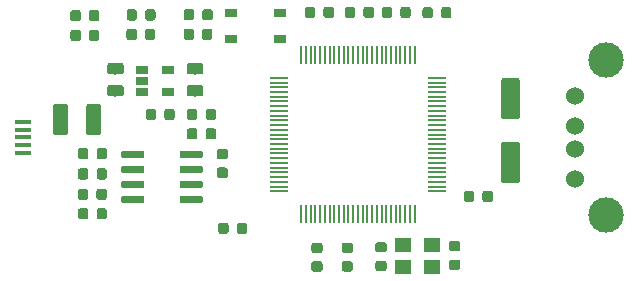
<source format=gtp>
G04 #@! TF.GenerationSoftware,KiCad,Pcbnew,(5.1.2)-1*
G04 #@! TF.CreationDate,2022-02-25T21:01:52+09:00*
G04 #@! TF.ProjectId,wcc,7763632e-6b69-4636-9164-5f7063625858,v2.2*
G04 #@! TF.SameCoordinates,Original*
G04 #@! TF.FileFunction,Paste,Top*
G04 #@! TF.FilePolarity,Positive*
%FSLAX46Y46*%
G04 Gerber Fmt 4.6, Leading zero omitted, Abs format (unit mm)*
G04 Created by KiCad (PCBNEW (5.1.2)-1) date 2022-02-25 21:01:52*
%MOMM*%
%LPD*%
G04 APERTURE LIST*
%ADD10C,0.100000*%
%ADD11C,1.250000*%
%ADD12C,1.600000*%
%ADD13R,0.200000X1.500000*%
%ADD14R,1.500000X0.200000*%
%ADD15C,0.600000*%
%ADD16C,0.875000*%
%ADD17R,1.350000X0.400000*%
%ADD18R,1.050000X0.650000*%
%ADD19R,1.400000X1.200000*%
%ADD20R,1.060000X0.650000*%
%ADD21C,3.000000*%
%ADD22C,1.524000*%
%ADD23C,0.975000*%
G04 APERTURE END LIST*
D10*
G36*
X137807504Y-139646204D02*
G01*
X137831773Y-139649804D01*
X137855571Y-139655765D01*
X137878671Y-139664030D01*
X137900849Y-139674520D01*
X137921893Y-139687133D01*
X137941598Y-139701747D01*
X137959777Y-139718223D01*
X137976253Y-139736402D01*
X137990867Y-139756107D01*
X138003480Y-139777151D01*
X138013970Y-139799329D01*
X138022235Y-139822429D01*
X138028196Y-139846227D01*
X138031796Y-139870496D01*
X138033000Y-139895000D01*
X138033000Y-142045000D01*
X138031796Y-142069504D01*
X138028196Y-142093773D01*
X138022235Y-142117571D01*
X138013970Y-142140671D01*
X138003480Y-142162849D01*
X137990867Y-142183893D01*
X137976253Y-142203598D01*
X137959777Y-142221777D01*
X137941598Y-142238253D01*
X137921893Y-142252867D01*
X137900849Y-142265480D01*
X137878671Y-142275970D01*
X137855571Y-142284235D01*
X137831773Y-142290196D01*
X137807504Y-142293796D01*
X137783000Y-142295000D01*
X137033000Y-142295000D01*
X137008496Y-142293796D01*
X136984227Y-142290196D01*
X136960429Y-142284235D01*
X136937329Y-142275970D01*
X136915151Y-142265480D01*
X136894107Y-142252867D01*
X136874402Y-142238253D01*
X136856223Y-142221777D01*
X136839747Y-142203598D01*
X136825133Y-142183893D01*
X136812520Y-142162849D01*
X136802030Y-142140671D01*
X136793765Y-142117571D01*
X136787804Y-142093773D01*
X136784204Y-142069504D01*
X136783000Y-142045000D01*
X136783000Y-139895000D01*
X136784204Y-139870496D01*
X136787804Y-139846227D01*
X136793765Y-139822429D01*
X136802030Y-139799329D01*
X136812520Y-139777151D01*
X136825133Y-139756107D01*
X136839747Y-139736402D01*
X136856223Y-139718223D01*
X136874402Y-139701747D01*
X136894107Y-139687133D01*
X136915151Y-139674520D01*
X136937329Y-139664030D01*
X136960429Y-139655765D01*
X136984227Y-139649804D01*
X137008496Y-139646204D01*
X137033000Y-139645000D01*
X137783000Y-139645000D01*
X137807504Y-139646204D01*
X137807504Y-139646204D01*
G37*
D11*
X137408000Y-140970000D03*
D10*
G36*
X140607504Y-139646204D02*
G01*
X140631773Y-139649804D01*
X140655571Y-139655765D01*
X140678671Y-139664030D01*
X140700849Y-139674520D01*
X140721893Y-139687133D01*
X140741598Y-139701747D01*
X140759777Y-139718223D01*
X140776253Y-139736402D01*
X140790867Y-139756107D01*
X140803480Y-139777151D01*
X140813970Y-139799329D01*
X140822235Y-139822429D01*
X140828196Y-139846227D01*
X140831796Y-139870496D01*
X140833000Y-139895000D01*
X140833000Y-142045000D01*
X140831796Y-142069504D01*
X140828196Y-142093773D01*
X140822235Y-142117571D01*
X140813970Y-142140671D01*
X140803480Y-142162849D01*
X140790867Y-142183893D01*
X140776253Y-142203598D01*
X140759777Y-142221777D01*
X140741598Y-142238253D01*
X140721893Y-142252867D01*
X140700849Y-142265480D01*
X140678671Y-142275970D01*
X140655571Y-142284235D01*
X140631773Y-142290196D01*
X140607504Y-142293796D01*
X140583000Y-142295000D01*
X139833000Y-142295000D01*
X139808496Y-142293796D01*
X139784227Y-142290196D01*
X139760429Y-142284235D01*
X139737329Y-142275970D01*
X139715151Y-142265480D01*
X139694107Y-142252867D01*
X139674402Y-142238253D01*
X139656223Y-142221777D01*
X139639747Y-142203598D01*
X139625133Y-142183893D01*
X139612520Y-142162849D01*
X139602030Y-142140671D01*
X139593765Y-142117571D01*
X139587804Y-142093773D01*
X139584204Y-142069504D01*
X139583000Y-142045000D01*
X139583000Y-139895000D01*
X139584204Y-139870496D01*
X139587804Y-139846227D01*
X139593765Y-139822429D01*
X139602030Y-139799329D01*
X139612520Y-139777151D01*
X139625133Y-139756107D01*
X139639747Y-139736402D01*
X139656223Y-139718223D01*
X139674402Y-139701747D01*
X139694107Y-139687133D01*
X139715151Y-139674520D01*
X139737329Y-139664030D01*
X139760429Y-139655765D01*
X139784227Y-139649804D01*
X139808496Y-139646204D01*
X139833000Y-139645000D01*
X140583000Y-139645000D01*
X140607504Y-139646204D01*
X140607504Y-139646204D01*
G37*
D11*
X140208000Y-140970000D03*
D10*
G36*
X176084504Y-137451204D02*
G01*
X176108773Y-137454804D01*
X176132571Y-137460765D01*
X176155671Y-137469030D01*
X176177849Y-137479520D01*
X176198893Y-137492133D01*
X176218598Y-137506747D01*
X176236777Y-137523223D01*
X176253253Y-137541402D01*
X176267867Y-137561107D01*
X176280480Y-137582151D01*
X176290970Y-137604329D01*
X176299235Y-137627429D01*
X176305196Y-137651227D01*
X176308796Y-137675496D01*
X176310000Y-137700000D01*
X176310000Y-140700000D01*
X176308796Y-140724504D01*
X176305196Y-140748773D01*
X176299235Y-140772571D01*
X176290970Y-140795671D01*
X176280480Y-140817849D01*
X176267867Y-140838893D01*
X176253253Y-140858598D01*
X176236777Y-140876777D01*
X176218598Y-140893253D01*
X176198893Y-140907867D01*
X176177849Y-140920480D01*
X176155671Y-140930970D01*
X176132571Y-140939235D01*
X176108773Y-140945196D01*
X176084504Y-140948796D01*
X176060000Y-140950000D01*
X174960000Y-140950000D01*
X174935496Y-140948796D01*
X174911227Y-140945196D01*
X174887429Y-140939235D01*
X174864329Y-140930970D01*
X174842151Y-140920480D01*
X174821107Y-140907867D01*
X174801402Y-140893253D01*
X174783223Y-140876777D01*
X174766747Y-140858598D01*
X174752133Y-140838893D01*
X174739520Y-140817849D01*
X174729030Y-140795671D01*
X174720765Y-140772571D01*
X174714804Y-140748773D01*
X174711204Y-140724504D01*
X174710000Y-140700000D01*
X174710000Y-137700000D01*
X174711204Y-137675496D01*
X174714804Y-137651227D01*
X174720765Y-137627429D01*
X174729030Y-137604329D01*
X174739520Y-137582151D01*
X174752133Y-137561107D01*
X174766747Y-137541402D01*
X174783223Y-137523223D01*
X174801402Y-137506747D01*
X174821107Y-137492133D01*
X174842151Y-137479520D01*
X174864329Y-137469030D01*
X174887429Y-137460765D01*
X174911227Y-137454804D01*
X174935496Y-137451204D01*
X174960000Y-137450000D01*
X176060000Y-137450000D01*
X176084504Y-137451204D01*
X176084504Y-137451204D01*
G37*
D12*
X175510000Y-139200000D03*
D10*
G36*
X176084504Y-142851204D02*
G01*
X176108773Y-142854804D01*
X176132571Y-142860765D01*
X176155671Y-142869030D01*
X176177849Y-142879520D01*
X176198893Y-142892133D01*
X176218598Y-142906747D01*
X176236777Y-142923223D01*
X176253253Y-142941402D01*
X176267867Y-142961107D01*
X176280480Y-142982151D01*
X176290970Y-143004329D01*
X176299235Y-143027429D01*
X176305196Y-143051227D01*
X176308796Y-143075496D01*
X176310000Y-143100000D01*
X176310000Y-146100000D01*
X176308796Y-146124504D01*
X176305196Y-146148773D01*
X176299235Y-146172571D01*
X176290970Y-146195671D01*
X176280480Y-146217849D01*
X176267867Y-146238893D01*
X176253253Y-146258598D01*
X176236777Y-146276777D01*
X176218598Y-146293253D01*
X176198893Y-146307867D01*
X176177849Y-146320480D01*
X176155671Y-146330970D01*
X176132571Y-146339235D01*
X176108773Y-146345196D01*
X176084504Y-146348796D01*
X176060000Y-146350000D01*
X174960000Y-146350000D01*
X174935496Y-146348796D01*
X174911227Y-146345196D01*
X174887429Y-146339235D01*
X174864329Y-146330970D01*
X174842151Y-146320480D01*
X174821107Y-146307867D01*
X174801402Y-146293253D01*
X174783223Y-146276777D01*
X174766747Y-146258598D01*
X174752133Y-146238893D01*
X174739520Y-146217849D01*
X174729030Y-146195671D01*
X174720765Y-146172571D01*
X174714804Y-146148773D01*
X174711204Y-146124504D01*
X174710000Y-146100000D01*
X174710000Y-143100000D01*
X174711204Y-143075496D01*
X174714804Y-143051227D01*
X174720765Y-143027429D01*
X174729030Y-143004329D01*
X174739520Y-142982151D01*
X174752133Y-142961107D01*
X174766747Y-142941402D01*
X174783223Y-142923223D01*
X174801402Y-142906747D01*
X174821107Y-142892133D01*
X174842151Y-142879520D01*
X174864329Y-142869030D01*
X174887429Y-142860765D01*
X174911227Y-142854804D01*
X174935496Y-142851204D01*
X174960000Y-142850000D01*
X176060000Y-142850000D01*
X176084504Y-142851204D01*
X176084504Y-142851204D01*
G37*
D12*
X175510000Y-144600000D03*
D13*
X157790000Y-135540000D03*
X158190000Y-135540000D03*
X158590000Y-135540000D03*
X158990000Y-135540000D03*
X159390000Y-135540000D03*
X159790000Y-135540000D03*
X160190000Y-135540000D03*
X160590000Y-135540000D03*
X160990000Y-135540000D03*
X161390000Y-135540000D03*
X161790000Y-135540000D03*
X162190000Y-135540000D03*
X162590000Y-135540000D03*
X162990000Y-135540000D03*
X163390000Y-135540000D03*
X163790000Y-135540000D03*
X164190000Y-135540000D03*
X164590000Y-135540000D03*
X164990000Y-135540000D03*
X165390000Y-135540000D03*
X165790000Y-135540000D03*
X166190000Y-135540000D03*
X166590000Y-135540000D03*
X166990000Y-135540000D03*
X167390000Y-135540000D03*
D14*
X169290000Y-137440000D03*
X169290000Y-137840000D03*
X169290000Y-138240000D03*
X169290000Y-138640000D03*
X169290000Y-139040000D03*
X169290000Y-139440000D03*
X169290000Y-139840000D03*
X169290000Y-140240000D03*
X169290000Y-140640000D03*
X169290000Y-141040000D03*
X169290000Y-141440000D03*
X169290000Y-141840000D03*
X169290000Y-142240000D03*
X169290000Y-142640000D03*
X169290000Y-143040000D03*
X169290000Y-143440000D03*
X169290000Y-143840000D03*
X169290000Y-144240000D03*
X169290000Y-144640000D03*
X169290000Y-145040000D03*
X169290000Y-145440000D03*
X169290000Y-145840000D03*
X169290000Y-146240000D03*
X169290000Y-146640000D03*
X169290000Y-147040000D03*
D13*
X167390000Y-148940000D03*
X166990000Y-148940000D03*
X166590000Y-148940000D03*
X166190000Y-148940000D03*
X165790000Y-148940000D03*
X165390000Y-148940000D03*
X164990000Y-148940000D03*
X164590000Y-148940000D03*
X164190000Y-148940000D03*
X163790000Y-148940000D03*
X163390000Y-148940000D03*
X162990000Y-148940000D03*
X162590000Y-148940000D03*
X162190000Y-148940000D03*
X161790000Y-148940000D03*
X161390000Y-148940000D03*
X160990000Y-148940000D03*
X160590000Y-148940000D03*
X160190000Y-148940000D03*
X159790000Y-148940000D03*
X159390000Y-148940000D03*
X158990000Y-148940000D03*
X158590000Y-148940000D03*
X158190000Y-148940000D03*
X157790000Y-148940000D03*
D14*
X155890000Y-147040000D03*
X155890000Y-146640000D03*
X155890000Y-146240000D03*
X155890000Y-145840000D03*
X155890000Y-145440000D03*
X155890000Y-145040000D03*
X155890000Y-144640000D03*
X155890000Y-144240000D03*
X155890000Y-143840000D03*
X155890000Y-143440000D03*
X155890000Y-143040000D03*
X155890000Y-142640000D03*
X155890000Y-142240000D03*
X155890000Y-141840000D03*
X155890000Y-141440000D03*
X155890000Y-141040000D03*
X155890000Y-140640000D03*
X155890000Y-140240000D03*
X155890000Y-139840000D03*
X155890000Y-139440000D03*
X155890000Y-139040000D03*
X155890000Y-138640000D03*
X155890000Y-138240000D03*
X155890000Y-137840000D03*
X155890000Y-137440000D03*
D10*
G36*
X144354703Y-147435722D02*
G01*
X144369264Y-147437882D01*
X144383543Y-147441459D01*
X144397403Y-147446418D01*
X144410710Y-147452712D01*
X144423336Y-147460280D01*
X144435159Y-147469048D01*
X144446066Y-147478934D01*
X144455952Y-147489841D01*
X144464720Y-147501664D01*
X144472288Y-147514290D01*
X144478582Y-147527597D01*
X144483541Y-147541457D01*
X144487118Y-147555736D01*
X144489278Y-147570297D01*
X144490000Y-147585000D01*
X144490000Y-147885000D01*
X144489278Y-147899703D01*
X144487118Y-147914264D01*
X144483541Y-147928543D01*
X144478582Y-147942403D01*
X144472288Y-147955710D01*
X144464720Y-147968336D01*
X144455952Y-147980159D01*
X144446066Y-147991066D01*
X144435159Y-148000952D01*
X144423336Y-148009720D01*
X144410710Y-148017288D01*
X144397403Y-148023582D01*
X144383543Y-148028541D01*
X144369264Y-148032118D01*
X144354703Y-148034278D01*
X144340000Y-148035000D01*
X142690000Y-148035000D01*
X142675297Y-148034278D01*
X142660736Y-148032118D01*
X142646457Y-148028541D01*
X142632597Y-148023582D01*
X142619290Y-148017288D01*
X142606664Y-148009720D01*
X142594841Y-148000952D01*
X142583934Y-147991066D01*
X142574048Y-147980159D01*
X142565280Y-147968336D01*
X142557712Y-147955710D01*
X142551418Y-147942403D01*
X142546459Y-147928543D01*
X142542882Y-147914264D01*
X142540722Y-147899703D01*
X142540000Y-147885000D01*
X142540000Y-147585000D01*
X142540722Y-147570297D01*
X142542882Y-147555736D01*
X142546459Y-147541457D01*
X142551418Y-147527597D01*
X142557712Y-147514290D01*
X142565280Y-147501664D01*
X142574048Y-147489841D01*
X142583934Y-147478934D01*
X142594841Y-147469048D01*
X142606664Y-147460280D01*
X142619290Y-147452712D01*
X142632597Y-147446418D01*
X142646457Y-147441459D01*
X142660736Y-147437882D01*
X142675297Y-147435722D01*
X142690000Y-147435000D01*
X144340000Y-147435000D01*
X144354703Y-147435722D01*
X144354703Y-147435722D01*
G37*
D15*
X143515000Y-147735000D03*
D10*
G36*
X144354703Y-146165722D02*
G01*
X144369264Y-146167882D01*
X144383543Y-146171459D01*
X144397403Y-146176418D01*
X144410710Y-146182712D01*
X144423336Y-146190280D01*
X144435159Y-146199048D01*
X144446066Y-146208934D01*
X144455952Y-146219841D01*
X144464720Y-146231664D01*
X144472288Y-146244290D01*
X144478582Y-146257597D01*
X144483541Y-146271457D01*
X144487118Y-146285736D01*
X144489278Y-146300297D01*
X144490000Y-146315000D01*
X144490000Y-146615000D01*
X144489278Y-146629703D01*
X144487118Y-146644264D01*
X144483541Y-146658543D01*
X144478582Y-146672403D01*
X144472288Y-146685710D01*
X144464720Y-146698336D01*
X144455952Y-146710159D01*
X144446066Y-146721066D01*
X144435159Y-146730952D01*
X144423336Y-146739720D01*
X144410710Y-146747288D01*
X144397403Y-146753582D01*
X144383543Y-146758541D01*
X144369264Y-146762118D01*
X144354703Y-146764278D01*
X144340000Y-146765000D01*
X142690000Y-146765000D01*
X142675297Y-146764278D01*
X142660736Y-146762118D01*
X142646457Y-146758541D01*
X142632597Y-146753582D01*
X142619290Y-146747288D01*
X142606664Y-146739720D01*
X142594841Y-146730952D01*
X142583934Y-146721066D01*
X142574048Y-146710159D01*
X142565280Y-146698336D01*
X142557712Y-146685710D01*
X142551418Y-146672403D01*
X142546459Y-146658543D01*
X142542882Y-146644264D01*
X142540722Y-146629703D01*
X142540000Y-146615000D01*
X142540000Y-146315000D01*
X142540722Y-146300297D01*
X142542882Y-146285736D01*
X142546459Y-146271457D01*
X142551418Y-146257597D01*
X142557712Y-146244290D01*
X142565280Y-146231664D01*
X142574048Y-146219841D01*
X142583934Y-146208934D01*
X142594841Y-146199048D01*
X142606664Y-146190280D01*
X142619290Y-146182712D01*
X142632597Y-146176418D01*
X142646457Y-146171459D01*
X142660736Y-146167882D01*
X142675297Y-146165722D01*
X142690000Y-146165000D01*
X144340000Y-146165000D01*
X144354703Y-146165722D01*
X144354703Y-146165722D01*
G37*
D15*
X143515000Y-146465000D03*
D10*
G36*
X144354703Y-144895722D02*
G01*
X144369264Y-144897882D01*
X144383543Y-144901459D01*
X144397403Y-144906418D01*
X144410710Y-144912712D01*
X144423336Y-144920280D01*
X144435159Y-144929048D01*
X144446066Y-144938934D01*
X144455952Y-144949841D01*
X144464720Y-144961664D01*
X144472288Y-144974290D01*
X144478582Y-144987597D01*
X144483541Y-145001457D01*
X144487118Y-145015736D01*
X144489278Y-145030297D01*
X144490000Y-145045000D01*
X144490000Y-145345000D01*
X144489278Y-145359703D01*
X144487118Y-145374264D01*
X144483541Y-145388543D01*
X144478582Y-145402403D01*
X144472288Y-145415710D01*
X144464720Y-145428336D01*
X144455952Y-145440159D01*
X144446066Y-145451066D01*
X144435159Y-145460952D01*
X144423336Y-145469720D01*
X144410710Y-145477288D01*
X144397403Y-145483582D01*
X144383543Y-145488541D01*
X144369264Y-145492118D01*
X144354703Y-145494278D01*
X144340000Y-145495000D01*
X142690000Y-145495000D01*
X142675297Y-145494278D01*
X142660736Y-145492118D01*
X142646457Y-145488541D01*
X142632597Y-145483582D01*
X142619290Y-145477288D01*
X142606664Y-145469720D01*
X142594841Y-145460952D01*
X142583934Y-145451066D01*
X142574048Y-145440159D01*
X142565280Y-145428336D01*
X142557712Y-145415710D01*
X142551418Y-145402403D01*
X142546459Y-145388543D01*
X142542882Y-145374264D01*
X142540722Y-145359703D01*
X142540000Y-145345000D01*
X142540000Y-145045000D01*
X142540722Y-145030297D01*
X142542882Y-145015736D01*
X142546459Y-145001457D01*
X142551418Y-144987597D01*
X142557712Y-144974290D01*
X142565280Y-144961664D01*
X142574048Y-144949841D01*
X142583934Y-144938934D01*
X142594841Y-144929048D01*
X142606664Y-144920280D01*
X142619290Y-144912712D01*
X142632597Y-144906418D01*
X142646457Y-144901459D01*
X142660736Y-144897882D01*
X142675297Y-144895722D01*
X142690000Y-144895000D01*
X144340000Y-144895000D01*
X144354703Y-144895722D01*
X144354703Y-144895722D01*
G37*
D15*
X143515000Y-145195000D03*
D10*
G36*
X144354703Y-143625722D02*
G01*
X144369264Y-143627882D01*
X144383543Y-143631459D01*
X144397403Y-143636418D01*
X144410710Y-143642712D01*
X144423336Y-143650280D01*
X144435159Y-143659048D01*
X144446066Y-143668934D01*
X144455952Y-143679841D01*
X144464720Y-143691664D01*
X144472288Y-143704290D01*
X144478582Y-143717597D01*
X144483541Y-143731457D01*
X144487118Y-143745736D01*
X144489278Y-143760297D01*
X144490000Y-143775000D01*
X144490000Y-144075000D01*
X144489278Y-144089703D01*
X144487118Y-144104264D01*
X144483541Y-144118543D01*
X144478582Y-144132403D01*
X144472288Y-144145710D01*
X144464720Y-144158336D01*
X144455952Y-144170159D01*
X144446066Y-144181066D01*
X144435159Y-144190952D01*
X144423336Y-144199720D01*
X144410710Y-144207288D01*
X144397403Y-144213582D01*
X144383543Y-144218541D01*
X144369264Y-144222118D01*
X144354703Y-144224278D01*
X144340000Y-144225000D01*
X142690000Y-144225000D01*
X142675297Y-144224278D01*
X142660736Y-144222118D01*
X142646457Y-144218541D01*
X142632597Y-144213582D01*
X142619290Y-144207288D01*
X142606664Y-144199720D01*
X142594841Y-144190952D01*
X142583934Y-144181066D01*
X142574048Y-144170159D01*
X142565280Y-144158336D01*
X142557712Y-144145710D01*
X142551418Y-144132403D01*
X142546459Y-144118543D01*
X142542882Y-144104264D01*
X142540722Y-144089703D01*
X142540000Y-144075000D01*
X142540000Y-143775000D01*
X142540722Y-143760297D01*
X142542882Y-143745736D01*
X142546459Y-143731457D01*
X142551418Y-143717597D01*
X142557712Y-143704290D01*
X142565280Y-143691664D01*
X142574048Y-143679841D01*
X142583934Y-143668934D01*
X142594841Y-143659048D01*
X142606664Y-143650280D01*
X142619290Y-143642712D01*
X142632597Y-143636418D01*
X142646457Y-143631459D01*
X142660736Y-143627882D01*
X142675297Y-143625722D01*
X142690000Y-143625000D01*
X144340000Y-143625000D01*
X144354703Y-143625722D01*
X144354703Y-143625722D01*
G37*
D15*
X143515000Y-143925000D03*
D10*
G36*
X149304703Y-143625722D02*
G01*
X149319264Y-143627882D01*
X149333543Y-143631459D01*
X149347403Y-143636418D01*
X149360710Y-143642712D01*
X149373336Y-143650280D01*
X149385159Y-143659048D01*
X149396066Y-143668934D01*
X149405952Y-143679841D01*
X149414720Y-143691664D01*
X149422288Y-143704290D01*
X149428582Y-143717597D01*
X149433541Y-143731457D01*
X149437118Y-143745736D01*
X149439278Y-143760297D01*
X149440000Y-143775000D01*
X149440000Y-144075000D01*
X149439278Y-144089703D01*
X149437118Y-144104264D01*
X149433541Y-144118543D01*
X149428582Y-144132403D01*
X149422288Y-144145710D01*
X149414720Y-144158336D01*
X149405952Y-144170159D01*
X149396066Y-144181066D01*
X149385159Y-144190952D01*
X149373336Y-144199720D01*
X149360710Y-144207288D01*
X149347403Y-144213582D01*
X149333543Y-144218541D01*
X149319264Y-144222118D01*
X149304703Y-144224278D01*
X149290000Y-144225000D01*
X147640000Y-144225000D01*
X147625297Y-144224278D01*
X147610736Y-144222118D01*
X147596457Y-144218541D01*
X147582597Y-144213582D01*
X147569290Y-144207288D01*
X147556664Y-144199720D01*
X147544841Y-144190952D01*
X147533934Y-144181066D01*
X147524048Y-144170159D01*
X147515280Y-144158336D01*
X147507712Y-144145710D01*
X147501418Y-144132403D01*
X147496459Y-144118543D01*
X147492882Y-144104264D01*
X147490722Y-144089703D01*
X147490000Y-144075000D01*
X147490000Y-143775000D01*
X147490722Y-143760297D01*
X147492882Y-143745736D01*
X147496459Y-143731457D01*
X147501418Y-143717597D01*
X147507712Y-143704290D01*
X147515280Y-143691664D01*
X147524048Y-143679841D01*
X147533934Y-143668934D01*
X147544841Y-143659048D01*
X147556664Y-143650280D01*
X147569290Y-143642712D01*
X147582597Y-143636418D01*
X147596457Y-143631459D01*
X147610736Y-143627882D01*
X147625297Y-143625722D01*
X147640000Y-143625000D01*
X149290000Y-143625000D01*
X149304703Y-143625722D01*
X149304703Y-143625722D01*
G37*
D15*
X148465000Y-143925000D03*
D10*
G36*
X149304703Y-144895722D02*
G01*
X149319264Y-144897882D01*
X149333543Y-144901459D01*
X149347403Y-144906418D01*
X149360710Y-144912712D01*
X149373336Y-144920280D01*
X149385159Y-144929048D01*
X149396066Y-144938934D01*
X149405952Y-144949841D01*
X149414720Y-144961664D01*
X149422288Y-144974290D01*
X149428582Y-144987597D01*
X149433541Y-145001457D01*
X149437118Y-145015736D01*
X149439278Y-145030297D01*
X149440000Y-145045000D01*
X149440000Y-145345000D01*
X149439278Y-145359703D01*
X149437118Y-145374264D01*
X149433541Y-145388543D01*
X149428582Y-145402403D01*
X149422288Y-145415710D01*
X149414720Y-145428336D01*
X149405952Y-145440159D01*
X149396066Y-145451066D01*
X149385159Y-145460952D01*
X149373336Y-145469720D01*
X149360710Y-145477288D01*
X149347403Y-145483582D01*
X149333543Y-145488541D01*
X149319264Y-145492118D01*
X149304703Y-145494278D01*
X149290000Y-145495000D01*
X147640000Y-145495000D01*
X147625297Y-145494278D01*
X147610736Y-145492118D01*
X147596457Y-145488541D01*
X147582597Y-145483582D01*
X147569290Y-145477288D01*
X147556664Y-145469720D01*
X147544841Y-145460952D01*
X147533934Y-145451066D01*
X147524048Y-145440159D01*
X147515280Y-145428336D01*
X147507712Y-145415710D01*
X147501418Y-145402403D01*
X147496459Y-145388543D01*
X147492882Y-145374264D01*
X147490722Y-145359703D01*
X147490000Y-145345000D01*
X147490000Y-145045000D01*
X147490722Y-145030297D01*
X147492882Y-145015736D01*
X147496459Y-145001457D01*
X147501418Y-144987597D01*
X147507712Y-144974290D01*
X147515280Y-144961664D01*
X147524048Y-144949841D01*
X147533934Y-144938934D01*
X147544841Y-144929048D01*
X147556664Y-144920280D01*
X147569290Y-144912712D01*
X147582597Y-144906418D01*
X147596457Y-144901459D01*
X147610736Y-144897882D01*
X147625297Y-144895722D01*
X147640000Y-144895000D01*
X149290000Y-144895000D01*
X149304703Y-144895722D01*
X149304703Y-144895722D01*
G37*
D15*
X148465000Y-145195000D03*
D10*
G36*
X149304703Y-146165722D02*
G01*
X149319264Y-146167882D01*
X149333543Y-146171459D01*
X149347403Y-146176418D01*
X149360710Y-146182712D01*
X149373336Y-146190280D01*
X149385159Y-146199048D01*
X149396066Y-146208934D01*
X149405952Y-146219841D01*
X149414720Y-146231664D01*
X149422288Y-146244290D01*
X149428582Y-146257597D01*
X149433541Y-146271457D01*
X149437118Y-146285736D01*
X149439278Y-146300297D01*
X149440000Y-146315000D01*
X149440000Y-146615000D01*
X149439278Y-146629703D01*
X149437118Y-146644264D01*
X149433541Y-146658543D01*
X149428582Y-146672403D01*
X149422288Y-146685710D01*
X149414720Y-146698336D01*
X149405952Y-146710159D01*
X149396066Y-146721066D01*
X149385159Y-146730952D01*
X149373336Y-146739720D01*
X149360710Y-146747288D01*
X149347403Y-146753582D01*
X149333543Y-146758541D01*
X149319264Y-146762118D01*
X149304703Y-146764278D01*
X149290000Y-146765000D01*
X147640000Y-146765000D01*
X147625297Y-146764278D01*
X147610736Y-146762118D01*
X147596457Y-146758541D01*
X147582597Y-146753582D01*
X147569290Y-146747288D01*
X147556664Y-146739720D01*
X147544841Y-146730952D01*
X147533934Y-146721066D01*
X147524048Y-146710159D01*
X147515280Y-146698336D01*
X147507712Y-146685710D01*
X147501418Y-146672403D01*
X147496459Y-146658543D01*
X147492882Y-146644264D01*
X147490722Y-146629703D01*
X147490000Y-146615000D01*
X147490000Y-146315000D01*
X147490722Y-146300297D01*
X147492882Y-146285736D01*
X147496459Y-146271457D01*
X147501418Y-146257597D01*
X147507712Y-146244290D01*
X147515280Y-146231664D01*
X147524048Y-146219841D01*
X147533934Y-146208934D01*
X147544841Y-146199048D01*
X147556664Y-146190280D01*
X147569290Y-146182712D01*
X147582597Y-146176418D01*
X147596457Y-146171459D01*
X147610736Y-146167882D01*
X147625297Y-146165722D01*
X147640000Y-146165000D01*
X149290000Y-146165000D01*
X149304703Y-146165722D01*
X149304703Y-146165722D01*
G37*
D15*
X148465000Y-146465000D03*
D10*
G36*
X149304703Y-147435722D02*
G01*
X149319264Y-147437882D01*
X149333543Y-147441459D01*
X149347403Y-147446418D01*
X149360710Y-147452712D01*
X149373336Y-147460280D01*
X149385159Y-147469048D01*
X149396066Y-147478934D01*
X149405952Y-147489841D01*
X149414720Y-147501664D01*
X149422288Y-147514290D01*
X149428582Y-147527597D01*
X149433541Y-147541457D01*
X149437118Y-147555736D01*
X149439278Y-147570297D01*
X149440000Y-147585000D01*
X149440000Y-147885000D01*
X149439278Y-147899703D01*
X149437118Y-147914264D01*
X149433541Y-147928543D01*
X149428582Y-147942403D01*
X149422288Y-147955710D01*
X149414720Y-147968336D01*
X149405952Y-147980159D01*
X149396066Y-147991066D01*
X149385159Y-148000952D01*
X149373336Y-148009720D01*
X149360710Y-148017288D01*
X149347403Y-148023582D01*
X149333543Y-148028541D01*
X149319264Y-148032118D01*
X149304703Y-148034278D01*
X149290000Y-148035000D01*
X147640000Y-148035000D01*
X147625297Y-148034278D01*
X147610736Y-148032118D01*
X147596457Y-148028541D01*
X147582597Y-148023582D01*
X147569290Y-148017288D01*
X147556664Y-148009720D01*
X147544841Y-148000952D01*
X147533934Y-147991066D01*
X147524048Y-147980159D01*
X147515280Y-147968336D01*
X147507712Y-147955710D01*
X147501418Y-147942403D01*
X147496459Y-147928543D01*
X147492882Y-147914264D01*
X147490722Y-147899703D01*
X147490000Y-147885000D01*
X147490000Y-147585000D01*
X147490722Y-147570297D01*
X147492882Y-147555736D01*
X147496459Y-147541457D01*
X147501418Y-147527597D01*
X147507712Y-147514290D01*
X147515280Y-147501664D01*
X147524048Y-147489841D01*
X147533934Y-147478934D01*
X147544841Y-147469048D01*
X147556664Y-147460280D01*
X147569290Y-147452712D01*
X147582597Y-147446418D01*
X147596457Y-147441459D01*
X147610736Y-147437882D01*
X147625297Y-147435722D01*
X147640000Y-147435000D01*
X149290000Y-147435000D01*
X149304703Y-147435722D01*
X149304703Y-147435722D01*
G37*
D15*
X148465000Y-147735000D03*
D10*
G36*
X151387691Y-145029053D02*
G01*
X151408926Y-145032203D01*
X151429750Y-145037419D01*
X151449962Y-145044651D01*
X151469368Y-145053830D01*
X151487781Y-145064866D01*
X151505024Y-145077654D01*
X151520930Y-145092070D01*
X151535346Y-145107976D01*
X151548134Y-145125219D01*
X151559170Y-145143632D01*
X151568349Y-145163038D01*
X151575581Y-145183250D01*
X151580797Y-145204074D01*
X151583947Y-145225309D01*
X151585000Y-145246750D01*
X151585000Y-145684250D01*
X151583947Y-145705691D01*
X151580797Y-145726926D01*
X151575581Y-145747750D01*
X151568349Y-145767962D01*
X151559170Y-145787368D01*
X151548134Y-145805781D01*
X151535346Y-145823024D01*
X151520930Y-145838930D01*
X151505024Y-145853346D01*
X151487781Y-145866134D01*
X151469368Y-145877170D01*
X151449962Y-145886349D01*
X151429750Y-145893581D01*
X151408926Y-145898797D01*
X151387691Y-145901947D01*
X151366250Y-145903000D01*
X150853750Y-145903000D01*
X150832309Y-145901947D01*
X150811074Y-145898797D01*
X150790250Y-145893581D01*
X150770038Y-145886349D01*
X150750632Y-145877170D01*
X150732219Y-145866134D01*
X150714976Y-145853346D01*
X150699070Y-145838930D01*
X150684654Y-145823024D01*
X150671866Y-145805781D01*
X150660830Y-145787368D01*
X150651651Y-145767962D01*
X150644419Y-145747750D01*
X150639203Y-145726926D01*
X150636053Y-145705691D01*
X150635000Y-145684250D01*
X150635000Y-145246750D01*
X150636053Y-145225309D01*
X150639203Y-145204074D01*
X150644419Y-145183250D01*
X150651651Y-145163038D01*
X150660830Y-145143632D01*
X150671866Y-145125219D01*
X150684654Y-145107976D01*
X150699070Y-145092070D01*
X150714976Y-145077654D01*
X150732219Y-145064866D01*
X150750632Y-145053830D01*
X150770038Y-145044651D01*
X150790250Y-145037419D01*
X150811074Y-145032203D01*
X150832309Y-145029053D01*
X150853750Y-145028000D01*
X151366250Y-145028000D01*
X151387691Y-145029053D01*
X151387691Y-145029053D01*
G37*
D16*
X151110000Y-145465500D03*
D10*
G36*
X151387691Y-143454053D02*
G01*
X151408926Y-143457203D01*
X151429750Y-143462419D01*
X151449962Y-143469651D01*
X151469368Y-143478830D01*
X151487781Y-143489866D01*
X151505024Y-143502654D01*
X151520930Y-143517070D01*
X151535346Y-143532976D01*
X151548134Y-143550219D01*
X151559170Y-143568632D01*
X151568349Y-143588038D01*
X151575581Y-143608250D01*
X151580797Y-143629074D01*
X151583947Y-143650309D01*
X151585000Y-143671750D01*
X151585000Y-144109250D01*
X151583947Y-144130691D01*
X151580797Y-144151926D01*
X151575581Y-144172750D01*
X151568349Y-144192962D01*
X151559170Y-144212368D01*
X151548134Y-144230781D01*
X151535346Y-144248024D01*
X151520930Y-144263930D01*
X151505024Y-144278346D01*
X151487781Y-144291134D01*
X151469368Y-144302170D01*
X151449962Y-144311349D01*
X151429750Y-144318581D01*
X151408926Y-144323797D01*
X151387691Y-144326947D01*
X151366250Y-144328000D01*
X150853750Y-144328000D01*
X150832309Y-144326947D01*
X150811074Y-144323797D01*
X150790250Y-144318581D01*
X150770038Y-144311349D01*
X150750632Y-144302170D01*
X150732219Y-144291134D01*
X150714976Y-144278346D01*
X150699070Y-144263930D01*
X150684654Y-144248024D01*
X150671866Y-144230781D01*
X150660830Y-144212368D01*
X150651651Y-144192962D01*
X150644419Y-144172750D01*
X150639203Y-144151926D01*
X150636053Y-144130691D01*
X150635000Y-144109250D01*
X150635000Y-143671750D01*
X150636053Y-143650309D01*
X150639203Y-143629074D01*
X150644419Y-143608250D01*
X150651651Y-143588038D01*
X150660830Y-143568632D01*
X150671866Y-143550219D01*
X150684654Y-143532976D01*
X150699070Y-143517070D01*
X150714976Y-143502654D01*
X150732219Y-143489866D01*
X150750632Y-143478830D01*
X150770038Y-143469651D01*
X150790250Y-143462419D01*
X150811074Y-143457203D01*
X150832309Y-143454053D01*
X150853750Y-143453000D01*
X151366250Y-143453000D01*
X151387691Y-143454053D01*
X151387691Y-143454053D01*
G37*
D16*
X151110000Y-143890500D03*
D10*
G36*
X139574691Y-143376053D02*
G01*
X139595926Y-143379203D01*
X139616750Y-143384419D01*
X139636962Y-143391651D01*
X139656368Y-143400830D01*
X139674781Y-143411866D01*
X139692024Y-143424654D01*
X139707930Y-143439070D01*
X139722346Y-143454976D01*
X139735134Y-143472219D01*
X139746170Y-143490632D01*
X139755349Y-143510038D01*
X139762581Y-143530250D01*
X139767797Y-143551074D01*
X139770947Y-143572309D01*
X139772000Y-143593750D01*
X139772000Y-144106250D01*
X139770947Y-144127691D01*
X139767797Y-144148926D01*
X139762581Y-144169750D01*
X139755349Y-144189962D01*
X139746170Y-144209368D01*
X139735134Y-144227781D01*
X139722346Y-144245024D01*
X139707930Y-144260930D01*
X139692024Y-144275346D01*
X139674781Y-144288134D01*
X139656368Y-144299170D01*
X139636962Y-144308349D01*
X139616750Y-144315581D01*
X139595926Y-144320797D01*
X139574691Y-144323947D01*
X139553250Y-144325000D01*
X139115750Y-144325000D01*
X139094309Y-144323947D01*
X139073074Y-144320797D01*
X139052250Y-144315581D01*
X139032038Y-144308349D01*
X139012632Y-144299170D01*
X138994219Y-144288134D01*
X138976976Y-144275346D01*
X138961070Y-144260930D01*
X138946654Y-144245024D01*
X138933866Y-144227781D01*
X138922830Y-144209368D01*
X138913651Y-144189962D01*
X138906419Y-144169750D01*
X138901203Y-144148926D01*
X138898053Y-144127691D01*
X138897000Y-144106250D01*
X138897000Y-143593750D01*
X138898053Y-143572309D01*
X138901203Y-143551074D01*
X138906419Y-143530250D01*
X138913651Y-143510038D01*
X138922830Y-143490632D01*
X138933866Y-143472219D01*
X138946654Y-143454976D01*
X138961070Y-143439070D01*
X138976976Y-143424654D01*
X138994219Y-143411866D01*
X139012632Y-143400830D01*
X139032038Y-143391651D01*
X139052250Y-143384419D01*
X139073074Y-143379203D01*
X139094309Y-143376053D01*
X139115750Y-143375000D01*
X139553250Y-143375000D01*
X139574691Y-143376053D01*
X139574691Y-143376053D01*
G37*
D16*
X139334500Y-143850000D03*
D10*
G36*
X141149691Y-143376053D02*
G01*
X141170926Y-143379203D01*
X141191750Y-143384419D01*
X141211962Y-143391651D01*
X141231368Y-143400830D01*
X141249781Y-143411866D01*
X141267024Y-143424654D01*
X141282930Y-143439070D01*
X141297346Y-143454976D01*
X141310134Y-143472219D01*
X141321170Y-143490632D01*
X141330349Y-143510038D01*
X141337581Y-143530250D01*
X141342797Y-143551074D01*
X141345947Y-143572309D01*
X141347000Y-143593750D01*
X141347000Y-144106250D01*
X141345947Y-144127691D01*
X141342797Y-144148926D01*
X141337581Y-144169750D01*
X141330349Y-144189962D01*
X141321170Y-144209368D01*
X141310134Y-144227781D01*
X141297346Y-144245024D01*
X141282930Y-144260930D01*
X141267024Y-144275346D01*
X141249781Y-144288134D01*
X141231368Y-144299170D01*
X141211962Y-144308349D01*
X141191750Y-144315581D01*
X141170926Y-144320797D01*
X141149691Y-144323947D01*
X141128250Y-144325000D01*
X140690750Y-144325000D01*
X140669309Y-144323947D01*
X140648074Y-144320797D01*
X140627250Y-144315581D01*
X140607038Y-144308349D01*
X140587632Y-144299170D01*
X140569219Y-144288134D01*
X140551976Y-144275346D01*
X140536070Y-144260930D01*
X140521654Y-144245024D01*
X140508866Y-144227781D01*
X140497830Y-144209368D01*
X140488651Y-144189962D01*
X140481419Y-144169750D01*
X140476203Y-144148926D01*
X140473053Y-144127691D01*
X140472000Y-144106250D01*
X140472000Y-143593750D01*
X140473053Y-143572309D01*
X140476203Y-143551074D01*
X140481419Y-143530250D01*
X140488651Y-143510038D01*
X140497830Y-143490632D01*
X140508866Y-143472219D01*
X140521654Y-143454976D01*
X140536070Y-143439070D01*
X140551976Y-143424654D01*
X140569219Y-143411866D01*
X140587632Y-143400830D01*
X140607038Y-143391651D01*
X140627250Y-143384419D01*
X140648074Y-143379203D01*
X140669309Y-143376053D01*
X140690750Y-143375000D01*
X141128250Y-143375000D01*
X141149691Y-143376053D01*
X141149691Y-143376053D01*
G37*
D16*
X140909500Y-143850000D03*
D10*
G36*
X139560691Y-145096053D02*
G01*
X139581926Y-145099203D01*
X139602750Y-145104419D01*
X139622962Y-145111651D01*
X139642368Y-145120830D01*
X139660781Y-145131866D01*
X139678024Y-145144654D01*
X139693930Y-145159070D01*
X139708346Y-145174976D01*
X139721134Y-145192219D01*
X139732170Y-145210632D01*
X139741349Y-145230038D01*
X139748581Y-145250250D01*
X139753797Y-145271074D01*
X139756947Y-145292309D01*
X139758000Y-145313750D01*
X139758000Y-145826250D01*
X139756947Y-145847691D01*
X139753797Y-145868926D01*
X139748581Y-145889750D01*
X139741349Y-145909962D01*
X139732170Y-145929368D01*
X139721134Y-145947781D01*
X139708346Y-145965024D01*
X139693930Y-145980930D01*
X139678024Y-145995346D01*
X139660781Y-146008134D01*
X139642368Y-146019170D01*
X139622962Y-146028349D01*
X139602750Y-146035581D01*
X139581926Y-146040797D01*
X139560691Y-146043947D01*
X139539250Y-146045000D01*
X139101750Y-146045000D01*
X139080309Y-146043947D01*
X139059074Y-146040797D01*
X139038250Y-146035581D01*
X139018038Y-146028349D01*
X138998632Y-146019170D01*
X138980219Y-146008134D01*
X138962976Y-145995346D01*
X138947070Y-145980930D01*
X138932654Y-145965024D01*
X138919866Y-145947781D01*
X138908830Y-145929368D01*
X138899651Y-145909962D01*
X138892419Y-145889750D01*
X138887203Y-145868926D01*
X138884053Y-145847691D01*
X138883000Y-145826250D01*
X138883000Y-145313750D01*
X138884053Y-145292309D01*
X138887203Y-145271074D01*
X138892419Y-145250250D01*
X138899651Y-145230038D01*
X138908830Y-145210632D01*
X138919866Y-145192219D01*
X138932654Y-145174976D01*
X138947070Y-145159070D01*
X138962976Y-145144654D01*
X138980219Y-145131866D01*
X138998632Y-145120830D01*
X139018038Y-145111651D01*
X139038250Y-145104419D01*
X139059074Y-145099203D01*
X139080309Y-145096053D01*
X139101750Y-145095000D01*
X139539250Y-145095000D01*
X139560691Y-145096053D01*
X139560691Y-145096053D01*
G37*
D16*
X139320500Y-145570000D03*
D10*
G36*
X141135691Y-145096053D02*
G01*
X141156926Y-145099203D01*
X141177750Y-145104419D01*
X141197962Y-145111651D01*
X141217368Y-145120830D01*
X141235781Y-145131866D01*
X141253024Y-145144654D01*
X141268930Y-145159070D01*
X141283346Y-145174976D01*
X141296134Y-145192219D01*
X141307170Y-145210632D01*
X141316349Y-145230038D01*
X141323581Y-145250250D01*
X141328797Y-145271074D01*
X141331947Y-145292309D01*
X141333000Y-145313750D01*
X141333000Y-145826250D01*
X141331947Y-145847691D01*
X141328797Y-145868926D01*
X141323581Y-145889750D01*
X141316349Y-145909962D01*
X141307170Y-145929368D01*
X141296134Y-145947781D01*
X141283346Y-145965024D01*
X141268930Y-145980930D01*
X141253024Y-145995346D01*
X141235781Y-146008134D01*
X141217368Y-146019170D01*
X141197962Y-146028349D01*
X141177750Y-146035581D01*
X141156926Y-146040797D01*
X141135691Y-146043947D01*
X141114250Y-146045000D01*
X140676750Y-146045000D01*
X140655309Y-146043947D01*
X140634074Y-146040797D01*
X140613250Y-146035581D01*
X140593038Y-146028349D01*
X140573632Y-146019170D01*
X140555219Y-146008134D01*
X140537976Y-145995346D01*
X140522070Y-145980930D01*
X140507654Y-145965024D01*
X140494866Y-145947781D01*
X140483830Y-145929368D01*
X140474651Y-145909962D01*
X140467419Y-145889750D01*
X140462203Y-145868926D01*
X140459053Y-145847691D01*
X140458000Y-145826250D01*
X140458000Y-145313750D01*
X140459053Y-145292309D01*
X140462203Y-145271074D01*
X140467419Y-145250250D01*
X140474651Y-145230038D01*
X140483830Y-145210632D01*
X140494866Y-145192219D01*
X140507654Y-145174976D01*
X140522070Y-145159070D01*
X140537976Y-145144654D01*
X140555219Y-145131866D01*
X140573632Y-145120830D01*
X140593038Y-145111651D01*
X140613250Y-145104419D01*
X140634074Y-145099203D01*
X140655309Y-145096053D01*
X140676750Y-145095000D01*
X141114250Y-145095000D01*
X141135691Y-145096053D01*
X141135691Y-145096053D01*
G37*
D16*
X140895500Y-145570000D03*
D17*
X134250000Y-141180000D03*
X134250000Y-141830000D03*
X134250000Y-142480000D03*
X134250000Y-143130000D03*
X134250000Y-143780000D03*
D10*
G36*
X163737691Y-131416053D02*
G01*
X163758926Y-131419203D01*
X163779750Y-131424419D01*
X163799962Y-131431651D01*
X163819368Y-131440830D01*
X163837781Y-131451866D01*
X163855024Y-131464654D01*
X163870930Y-131479070D01*
X163885346Y-131494976D01*
X163898134Y-131512219D01*
X163909170Y-131530632D01*
X163918349Y-131550038D01*
X163925581Y-131570250D01*
X163930797Y-131591074D01*
X163933947Y-131612309D01*
X163935000Y-131633750D01*
X163935000Y-132146250D01*
X163933947Y-132167691D01*
X163930797Y-132188926D01*
X163925581Y-132209750D01*
X163918349Y-132229962D01*
X163909170Y-132249368D01*
X163898134Y-132267781D01*
X163885346Y-132285024D01*
X163870930Y-132300930D01*
X163855024Y-132315346D01*
X163837781Y-132328134D01*
X163819368Y-132339170D01*
X163799962Y-132348349D01*
X163779750Y-132355581D01*
X163758926Y-132360797D01*
X163737691Y-132363947D01*
X163716250Y-132365000D01*
X163278750Y-132365000D01*
X163257309Y-132363947D01*
X163236074Y-132360797D01*
X163215250Y-132355581D01*
X163195038Y-132348349D01*
X163175632Y-132339170D01*
X163157219Y-132328134D01*
X163139976Y-132315346D01*
X163124070Y-132300930D01*
X163109654Y-132285024D01*
X163096866Y-132267781D01*
X163085830Y-132249368D01*
X163076651Y-132229962D01*
X163069419Y-132209750D01*
X163064203Y-132188926D01*
X163061053Y-132167691D01*
X163060000Y-132146250D01*
X163060000Y-131633750D01*
X163061053Y-131612309D01*
X163064203Y-131591074D01*
X163069419Y-131570250D01*
X163076651Y-131550038D01*
X163085830Y-131530632D01*
X163096866Y-131512219D01*
X163109654Y-131494976D01*
X163124070Y-131479070D01*
X163139976Y-131464654D01*
X163157219Y-131451866D01*
X163175632Y-131440830D01*
X163195038Y-131431651D01*
X163215250Y-131424419D01*
X163236074Y-131419203D01*
X163257309Y-131416053D01*
X163278750Y-131415000D01*
X163716250Y-131415000D01*
X163737691Y-131416053D01*
X163737691Y-131416053D01*
G37*
D16*
X163497500Y-131890000D03*
D10*
G36*
X162162691Y-131416053D02*
G01*
X162183926Y-131419203D01*
X162204750Y-131424419D01*
X162224962Y-131431651D01*
X162244368Y-131440830D01*
X162262781Y-131451866D01*
X162280024Y-131464654D01*
X162295930Y-131479070D01*
X162310346Y-131494976D01*
X162323134Y-131512219D01*
X162334170Y-131530632D01*
X162343349Y-131550038D01*
X162350581Y-131570250D01*
X162355797Y-131591074D01*
X162358947Y-131612309D01*
X162360000Y-131633750D01*
X162360000Y-132146250D01*
X162358947Y-132167691D01*
X162355797Y-132188926D01*
X162350581Y-132209750D01*
X162343349Y-132229962D01*
X162334170Y-132249368D01*
X162323134Y-132267781D01*
X162310346Y-132285024D01*
X162295930Y-132300930D01*
X162280024Y-132315346D01*
X162262781Y-132328134D01*
X162244368Y-132339170D01*
X162224962Y-132348349D01*
X162204750Y-132355581D01*
X162183926Y-132360797D01*
X162162691Y-132363947D01*
X162141250Y-132365000D01*
X161703750Y-132365000D01*
X161682309Y-132363947D01*
X161661074Y-132360797D01*
X161640250Y-132355581D01*
X161620038Y-132348349D01*
X161600632Y-132339170D01*
X161582219Y-132328134D01*
X161564976Y-132315346D01*
X161549070Y-132300930D01*
X161534654Y-132285024D01*
X161521866Y-132267781D01*
X161510830Y-132249368D01*
X161501651Y-132229962D01*
X161494419Y-132209750D01*
X161489203Y-132188926D01*
X161486053Y-132167691D01*
X161485000Y-132146250D01*
X161485000Y-131633750D01*
X161486053Y-131612309D01*
X161489203Y-131591074D01*
X161494419Y-131570250D01*
X161501651Y-131550038D01*
X161510830Y-131530632D01*
X161521866Y-131512219D01*
X161534654Y-131494976D01*
X161549070Y-131479070D01*
X161564976Y-131464654D01*
X161582219Y-131451866D01*
X161600632Y-131440830D01*
X161620038Y-131431651D01*
X161640250Y-131424419D01*
X161661074Y-131419203D01*
X161682309Y-131416053D01*
X161703750Y-131415000D01*
X162141250Y-131415000D01*
X162162691Y-131416053D01*
X162162691Y-131416053D01*
G37*
D16*
X161922500Y-131890000D03*
D10*
G36*
X165284691Y-131426053D02*
G01*
X165305926Y-131429203D01*
X165326750Y-131434419D01*
X165346962Y-131441651D01*
X165366368Y-131450830D01*
X165384781Y-131461866D01*
X165402024Y-131474654D01*
X165417930Y-131489070D01*
X165432346Y-131504976D01*
X165445134Y-131522219D01*
X165456170Y-131540632D01*
X165465349Y-131560038D01*
X165472581Y-131580250D01*
X165477797Y-131601074D01*
X165480947Y-131622309D01*
X165482000Y-131643750D01*
X165482000Y-132156250D01*
X165480947Y-132177691D01*
X165477797Y-132198926D01*
X165472581Y-132219750D01*
X165465349Y-132239962D01*
X165456170Y-132259368D01*
X165445134Y-132277781D01*
X165432346Y-132295024D01*
X165417930Y-132310930D01*
X165402024Y-132325346D01*
X165384781Y-132338134D01*
X165366368Y-132349170D01*
X165346962Y-132358349D01*
X165326750Y-132365581D01*
X165305926Y-132370797D01*
X165284691Y-132373947D01*
X165263250Y-132375000D01*
X164825750Y-132375000D01*
X164804309Y-132373947D01*
X164783074Y-132370797D01*
X164762250Y-132365581D01*
X164742038Y-132358349D01*
X164722632Y-132349170D01*
X164704219Y-132338134D01*
X164686976Y-132325346D01*
X164671070Y-132310930D01*
X164656654Y-132295024D01*
X164643866Y-132277781D01*
X164632830Y-132259368D01*
X164623651Y-132239962D01*
X164616419Y-132219750D01*
X164611203Y-132198926D01*
X164608053Y-132177691D01*
X164607000Y-132156250D01*
X164607000Y-131643750D01*
X164608053Y-131622309D01*
X164611203Y-131601074D01*
X164616419Y-131580250D01*
X164623651Y-131560038D01*
X164632830Y-131540632D01*
X164643866Y-131522219D01*
X164656654Y-131504976D01*
X164671070Y-131489070D01*
X164686976Y-131474654D01*
X164704219Y-131461866D01*
X164722632Y-131450830D01*
X164742038Y-131441651D01*
X164762250Y-131434419D01*
X164783074Y-131429203D01*
X164804309Y-131426053D01*
X164825750Y-131425000D01*
X165263250Y-131425000D01*
X165284691Y-131426053D01*
X165284691Y-131426053D01*
G37*
D16*
X165044500Y-131900000D03*
D10*
G36*
X166859691Y-131426053D02*
G01*
X166880926Y-131429203D01*
X166901750Y-131434419D01*
X166921962Y-131441651D01*
X166941368Y-131450830D01*
X166959781Y-131461866D01*
X166977024Y-131474654D01*
X166992930Y-131489070D01*
X167007346Y-131504976D01*
X167020134Y-131522219D01*
X167031170Y-131540632D01*
X167040349Y-131560038D01*
X167047581Y-131580250D01*
X167052797Y-131601074D01*
X167055947Y-131622309D01*
X167057000Y-131643750D01*
X167057000Y-132156250D01*
X167055947Y-132177691D01*
X167052797Y-132198926D01*
X167047581Y-132219750D01*
X167040349Y-132239962D01*
X167031170Y-132259368D01*
X167020134Y-132277781D01*
X167007346Y-132295024D01*
X166992930Y-132310930D01*
X166977024Y-132325346D01*
X166959781Y-132338134D01*
X166941368Y-132349170D01*
X166921962Y-132358349D01*
X166901750Y-132365581D01*
X166880926Y-132370797D01*
X166859691Y-132373947D01*
X166838250Y-132375000D01*
X166400750Y-132375000D01*
X166379309Y-132373947D01*
X166358074Y-132370797D01*
X166337250Y-132365581D01*
X166317038Y-132358349D01*
X166297632Y-132349170D01*
X166279219Y-132338134D01*
X166261976Y-132325346D01*
X166246070Y-132310930D01*
X166231654Y-132295024D01*
X166218866Y-132277781D01*
X166207830Y-132259368D01*
X166198651Y-132239962D01*
X166191419Y-132219750D01*
X166186203Y-132198926D01*
X166183053Y-132177691D01*
X166182000Y-132156250D01*
X166182000Y-131643750D01*
X166183053Y-131622309D01*
X166186203Y-131601074D01*
X166191419Y-131580250D01*
X166198651Y-131560038D01*
X166207830Y-131540632D01*
X166218866Y-131522219D01*
X166231654Y-131504976D01*
X166246070Y-131489070D01*
X166261976Y-131474654D01*
X166279219Y-131461866D01*
X166297632Y-131450830D01*
X166317038Y-131441651D01*
X166337250Y-131434419D01*
X166358074Y-131429203D01*
X166379309Y-131426053D01*
X166400750Y-131425000D01*
X166838250Y-131425000D01*
X166859691Y-131426053D01*
X166859691Y-131426053D01*
G37*
D16*
X166619500Y-131900000D03*
D10*
G36*
X168732691Y-131456053D02*
G01*
X168753926Y-131459203D01*
X168774750Y-131464419D01*
X168794962Y-131471651D01*
X168814368Y-131480830D01*
X168832781Y-131491866D01*
X168850024Y-131504654D01*
X168865930Y-131519070D01*
X168880346Y-131534976D01*
X168893134Y-131552219D01*
X168904170Y-131570632D01*
X168913349Y-131590038D01*
X168920581Y-131610250D01*
X168925797Y-131631074D01*
X168928947Y-131652309D01*
X168930000Y-131673750D01*
X168930000Y-132186250D01*
X168928947Y-132207691D01*
X168925797Y-132228926D01*
X168920581Y-132249750D01*
X168913349Y-132269962D01*
X168904170Y-132289368D01*
X168893134Y-132307781D01*
X168880346Y-132325024D01*
X168865930Y-132340930D01*
X168850024Y-132355346D01*
X168832781Y-132368134D01*
X168814368Y-132379170D01*
X168794962Y-132388349D01*
X168774750Y-132395581D01*
X168753926Y-132400797D01*
X168732691Y-132403947D01*
X168711250Y-132405000D01*
X168273750Y-132405000D01*
X168252309Y-132403947D01*
X168231074Y-132400797D01*
X168210250Y-132395581D01*
X168190038Y-132388349D01*
X168170632Y-132379170D01*
X168152219Y-132368134D01*
X168134976Y-132355346D01*
X168119070Y-132340930D01*
X168104654Y-132325024D01*
X168091866Y-132307781D01*
X168080830Y-132289368D01*
X168071651Y-132269962D01*
X168064419Y-132249750D01*
X168059203Y-132228926D01*
X168056053Y-132207691D01*
X168055000Y-132186250D01*
X168055000Y-131673750D01*
X168056053Y-131652309D01*
X168059203Y-131631074D01*
X168064419Y-131610250D01*
X168071651Y-131590038D01*
X168080830Y-131570632D01*
X168091866Y-131552219D01*
X168104654Y-131534976D01*
X168119070Y-131519070D01*
X168134976Y-131504654D01*
X168152219Y-131491866D01*
X168170632Y-131480830D01*
X168190038Y-131471651D01*
X168210250Y-131464419D01*
X168231074Y-131459203D01*
X168252309Y-131456053D01*
X168273750Y-131455000D01*
X168711250Y-131455000D01*
X168732691Y-131456053D01*
X168732691Y-131456053D01*
G37*
D16*
X168492500Y-131930000D03*
D10*
G36*
X170307691Y-131456053D02*
G01*
X170328926Y-131459203D01*
X170349750Y-131464419D01*
X170369962Y-131471651D01*
X170389368Y-131480830D01*
X170407781Y-131491866D01*
X170425024Y-131504654D01*
X170440930Y-131519070D01*
X170455346Y-131534976D01*
X170468134Y-131552219D01*
X170479170Y-131570632D01*
X170488349Y-131590038D01*
X170495581Y-131610250D01*
X170500797Y-131631074D01*
X170503947Y-131652309D01*
X170505000Y-131673750D01*
X170505000Y-132186250D01*
X170503947Y-132207691D01*
X170500797Y-132228926D01*
X170495581Y-132249750D01*
X170488349Y-132269962D01*
X170479170Y-132289368D01*
X170468134Y-132307781D01*
X170455346Y-132325024D01*
X170440930Y-132340930D01*
X170425024Y-132355346D01*
X170407781Y-132368134D01*
X170389368Y-132379170D01*
X170369962Y-132388349D01*
X170349750Y-132395581D01*
X170328926Y-132400797D01*
X170307691Y-132403947D01*
X170286250Y-132405000D01*
X169848750Y-132405000D01*
X169827309Y-132403947D01*
X169806074Y-132400797D01*
X169785250Y-132395581D01*
X169765038Y-132388349D01*
X169745632Y-132379170D01*
X169727219Y-132368134D01*
X169709976Y-132355346D01*
X169694070Y-132340930D01*
X169679654Y-132325024D01*
X169666866Y-132307781D01*
X169655830Y-132289368D01*
X169646651Y-132269962D01*
X169639419Y-132249750D01*
X169634203Y-132228926D01*
X169631053Y-132207691D01*
X169630000Y-132186250D01*
X169630000Y-131673750D01*
X169631053Y-131652309D01*
X169634203Y-131631074D01*
X169639419Y-131610250D01*
X169646651Y-131590038D01*
X169655830Y-131570632D01*
X169666866Y-131552219D01*
X169679654Y-131534976D01*
X169694070Y-131519070D01*
X169709976Y-131504654D01*
X169727219Y-131491866D01*
X169745632Y-131480830D01*
X169765038Y-131471651D01*
X169785250Y-131464419D01*
X169806074Y-131459203D01*
X169827309Y-131456053D01*
X169848750Y-131455000D01*
X170286250Y-131455000D01*
X170307691Y-131456053D01*
X170307691Y-131456053D01*
G37*
D16*
X170067500Y-131930000D03*
D10*
G36*
X148794691Y-140056053D02*
G01*
X148815926Y-140059203D01*
X148836750Y-140064419D01*
X148856962Y-140071651D01*
X148876368Y-140080830D01*
X148894781Y-140091866D01*
X148912024Y-140104654D01*
X148927930Y-140119070D01*
X148942346Y-140134976D01*
X148955134Y-140152219D01*
X148966170Y-140170632D01*
X148975349Y-140190038D01*
X148982581Y-140210250D01*
X148987797Y-140231074D01*
X148990947Y-140252309D01*
X148992000Y-140273750D01*
X148992000Y-140786250D01*
X148990947Y-140807691D01*
X148987797Y-140828926D01*
X148982581Y-140849750D01*
X148975349Y-140869962D01*
X148966170Y-140889368D01*
X148955134Y-140907781D01*
X148942346Y-140925024D01*
X148927930Y-140940930D01*
X148912024Y-140955346D01*
X148894781Y-140968134D01*
X148876368Y-140979170D01*
X148856962Y-140988349D01*
X148836750Y-140995581D01*
X148815926Y-141000797D01*
X148794691Y-141003947D01*
X148773250Y-141005000D01*
X148335750Y-141005000D01*
X148314309Y-141003947D01*
X148293074Y-141000797D01*
X148272250Y-140995581D01*
X148252038Y-140988349D01*
X148232632Y-140979170D01*
X148214219Y-140968134D01*
X148196976Y-140955346D01*
X148181070Y-140940930D01*
X148166654Y-140925024D01*
X148153866Y-140907781D01*
X148142830Y-140889368D01*
X148133651Y-140869962D01*
X148126419Y-140849750D01*
X148121203Y-140828926D01*
X148118053Y-140807691D01*
X148117000Y-140786250D01*
X148117000Y-140273750D01*
X148118053Y-140252309D01*
X148121203Y-140231074D01*
X148126419Y-140210250D01*
X148133651Y-140190038D01*
X148142830Y-140170632D01*
X148153866Y-140152219D01*
X148166654Y-140134976D01*
X148181070Y-140119070D01*
X148196976Y-140104654D01*
X148214219Y-140091866D01*
X148232632Y-140080830D01*
X148252038Y-140071651D01*
X148272250Y-140064419D01*
X148293074Y-140059203D01*
X148314309Y-140056053D01*
X148335750Y-140055000D01*
X148773250Y-140055000D01*
X148794691Y-140056053D01*
X148794691Y-140056053D01*
G37*
D16*
X148554500Y-140530000D03*
D10*
G36*
X150369691Y-140056053D02*
G01*
X150390926Y-140059203D01*
X150411750Y-140064419D01*
X150431962Y-140071651D01*
X150451368Y-140080830D01*
X150469781Y-140091866D01*
X150487024Y-140104654D01*
X150502930Y-140119070D01*
X150517346Y-140134976D01*
X150530134Y-140152219D01*
X150541170Y-140170632D01*
X150550349Y-140190038D01*
X150557581Y-140210250D01*
X150562797Y-140231074D01*
X150565947Y-140252309D01*
X150567000Y-140273750D01*
X150567000Y-140786250D01*
X150565947Y-140807691D01*
X150562797Y-140828926D01*
X150557581Y-140849750D01*
X150550349Y-140869962D01*
X150541170Y-140889368D01*
X150530134Y-140907781D01*
X150517346Y-140925024D01*
X150502930Y-140940930D01*
X150487024Y-140955346D01*
X150469781Y-140968134D01*
X150451368Y-140979170D01*
X150431962Y-140988349D01*
X150411750Y-140995581D01*
X150390926Y-141000797D01*
X150369691Y-141003947D01*
X150348250Y-141005000D01*
X149910750Y-141005000D01*
X149889309Y-141003947D01*
X149868074Y-141000797D01*
X149847250Y-140995581D01*
X149827038Y-140988349D01*
X149807632Y-140979170D01*
X149789219Y-140968134D01*
X149771976Y-140955346D01*
X149756070Y-140940930D01*
X149741654Y-140925024D01*
X149728866Y-140907781D01*
X149717830Y-140889368D01*
X149708651Y-140869962D01*
X149701419Y-140849750D01*
X149696203Y-140828926D01*
X149693053Y-140807691D01*
X149692000Y-140786250D01*
X149692000Y-140273750D01*
X149693053Y-140252309D01*
X149696203Y-140231074D01*
X149701419Y-140210250D01*
X149708651Y-140190038D01*
X149717830Y-140170632D01*
X149728866Y-140152219D01*
X149741654Y-140134976D01*
X149756070Y-140119070D01*
X149771976Y-140104654D01*
X149789219Y-140091866D01*
X149807632Y-140080830D01*
X149827038Y-140071651D01*
X149847250Y-140064419D01*
X149868074Y-140059203D01*
X149889309Y-140056053D01*
X149910750Y-140055000D01*
X150348250Y-140055000D01*
X150369691Y-140056053D01*
X150369691Y-140056053D01*
G37*
D16*
X150129500Y-140530000D03*
D10*
G36*
X139550691Y-146816053D02*
G01*
X139571926Y-146819203D01*
X139592750Y-146824419D01*
X139612962Y-146831651D01*
X139632368Y-146840830D01*
X139650781Y-146851866D01*
X139668024Y-146864654D01*
X139683930Y-146879070D01*
X139698346Y-146894976D01*
X139711134Y-146912219D01*
X139722170Y-146930632D01*
X139731349Y-146950038D01*
X139738581Y-146970250D01*
X139743797Y-146991074D01*
X139746947Y-147012309D01*
X139748000Y-147033750D01*
X139748000Y-147546250D01*
X139746947Y-147567691D01*
X139743797Y-147588926D01*
X139738581Y-147609750D01*
X139731349Y-147629962D01*
X139722170Y-147649368D01*
X139711134Y-147667781D01*
X139698346Y-147685024D01*
X139683930Y-147700930D01*
X139668024Y-147715346D01*
X139650781Y-147728134D01*
X139632368Y-147739170D01*
X139612962Y-147748349D01*
X139592750Y-147755581D01*
X139571926Y-147760797D01*
X139550691Y-147763947D01*
X139529250Y-147765000D01*
X139091750Y-147765000D01*
X139070309Y-147763947D01*
X139049074Y-147760797D01*
X139028250Y-147755581D01*
X139008038Y-147748349D01*
X138988632Y-147739170D01*
X138970219Y-147728134D01*
X138952976Y-147715346D01*
X138937070Y-147700930D01*
X138922654Y-147685024D01*
X138909866Y-147667781D01*
X138898830Y-147649368D01*
X138889651Y-147629962D01*
X138882419Y-147609750D01*
X138877203Y-147588926D01*
X138874053Y-147567691D01*
X138873000Y-147546250D01*
X138873000Y-147033750D01*
X138874053Y-147012309D01*
X138877203Y-146991074D01*
X138882419Y-146970250D01*
X138889651Y-146950038D01*
X138898830Y-146930632D01*
X138909866Y-146912219D01*
X138922654Y-146894976D01*
X138937070Y-146879070D01*
X138952976Y-146864654D01*
X138970219Y-146851866D01*
X138988632Y-146840830D01*
X139008038Y-146831651D01*
X139028250Y-146824419D01*
X139049074Y-146819203D01*
X139070309Y-146816053D01*
X139091750Y-146815000D01*
X139529250Y-146815000D01*
X139550691Y-146816053D01*
X139550691Y-146816053D01*
G37*
D16*
X139310500Y-147290000D03*
D10*
G36*
X141125691Y-146816053D02*
G01*
X141146926Y-146819203D01*
X141167750Y-146824419D01*
X141187962Y-146831651D01*
X141207368Y-146840830D01*
X141225781Y-146851866D01*
X141243024Y-146864654D01*
X141258930Y-146879070D01*
X141273346Y-146894976D01*
X141286134Y-146912219D01*
X141297170Y-146930632D01*
X141306349Y-146950038D01*
X141313581Y-146970250D01*
X141318797Y-146991074D01*
X141321947Y-147012309D01*
X141323000Y-147033750D01*
X141323000Y-147546250D01*
X141321947Y-147567691D01*
X141318797Y-147588926D01*
X141313581Y-147609750D01*
X141306349Y-147629962D01*
X141297170Y-147649368D01*
X141286134Y-147667781D01*
X141273346Y-147685024D01*
X141258930Y-147700930D01*
X141243024Y-147715346D01*
X141225781Y-147728134D01*
X141207368Y-147739170D01*
X141187962Y-147748349D01*
X141167750Y-147755581D01*
X141146926Y-147760797D01*
X141125691Y-147763947D01*
X141104250Y-147765000D01*
X140666750Y-147765000D01*
X140645309Y-147763947D01*
X140624074Y-147760797D01*
X140603250Y-147755581D01*
X140583038Y-147748349D01*
X140563632Y-147739170D01*
X140545219Y-147728134D01*
X140527976Y-147715346D01*
X140512070Y-147700930D01*
X140497654Y-147685024D01*
X140484866Y-147667781D01*
X140473830Y-147649368D01*
X140464651Y-147629962D01*
X140457419Y-147609750D01*
X140452203Y-147588926D01*
X140449053Y-147567691D01*
X140448000Y-147546250D01*
X140448000Y-147033750D01*
X140449053Y-147012309D01*
X140452203Y-146991074D01*
X140457419Y-146970250D01*
X140464651Y-146950038D01*
X140473830Y-146930632D01*
X140484866Y-146912219D01*
X140497654Y-146894976D01*
X140512070Y-146879070D01*
X140527976Y-146864654D01*
X140545219Y-146851866D01*
X140563632Y-146840830D01*
X140583038Y-146831651D01*
X140603250Y-146824419D01*
X140624074Y-146819203D01*
X140645309Y-146816053D01*
X140666750Y-146815000D01*
X141104250Y-146815000D01*
X141125691Y-146816053D01*
X141125691Y-146816053D01*
G37*
D16*
X140885500Y-147290000D03*
D10*
G36*
X139562691Y-148476053D02*
G01*
X139583926Y-148479203D01*
X139604750Y-148484419D01*
X139624962Y-148491651D01*
X139644368Y-148500830D01*
X139662781Y-148511866D01*
X139680024Y-148524654D01*
X139695930Y-148539070D01*
X139710346Y-148554976D01*
X139723134Y-148572219D01*
X139734170Y-148590632D01*
X139743349Y-148610038D01*
X139750581Y-148630250D01*
X139755797Y-148651074D01*
X139758947Y-148672309D01*
X139760000Y-148693750D01*
X139760000Y-149206250D01*
X139758947Y-149227691D01*
X139755797Y-149248926D01*
X139750581Y-149269750D01*
X139743349Y-149289962D01*
X139734170Y-149309368D01*
X139723134Y-149327781D01*
X139710346Y-149345024D01*
X139695930Y-149360930D01*
X139680024Y-149375346D01*
X139662781Y-149388134D01*
X139644368Y-149399170D01*
X139624962Y-149408349D01*
X139604750Y-149415581D01*
X139583926Y-149420797D01*
X139562691Y-149423947D01*
X139541250Y-149425000D01*
X139103750Y-149425000D01*
X139082309Y-149423947D01*
X139061074Y-149420797D01*
X139040250Y-149415581D01*
X139020038Y-149408349D01*
X139000632Y-149399170D01*
X138982219Y-149388134D01*
X138964976Y-149375346D01*
X138949070Y-149360930D01*
X138934654Y-149345024D01*
X138921866Y-149327781D01*
X138910830Y-149309368D01*
X138901651Y-149289962D01*
X138894419Y-149269750D01*
X138889203Y-149248926D01*
X138886053Y-149227691D01*
X138885000Y-149206250D01*
X138885000Y-148693750D01*
X138886053Y-148672309D01*
X138889203Y-148651074D01*
X138894419Y-148630250D01*
X138901651Y-148610038D01*
X138910830Y-148590632D01*
X138921866Y-148572219D01*
X138934654Y-148554976D01*
X138949070Y-148539070D01*
X138964976Y-148524654D01*
X138982219Y-148511866D01*
X139000632Y-148500830D01*
X139020038Y-148491651D01*
X139040250Y-148484419D01*
X139061074Y-148479203D01*
X139082309Y-148476053D01*
X139103750Y-148475000D01*
X139541250Y-148475000D01*
X139562691Y-148476053D01*
X139562691Y-148476053D01*
G37*
D16*
X139322500Y-148950000D03*
D10*
G36*
X141137691Y-148476053D02*
G01*
X141158926Y-148479203D01*
X141179750Y-148484419D01*
X141199962Y-148491651D01*
X141219368Y-148500830D01*
X141237781Y-148511866D01*
X141255024Y-148524654D01*
X141270930Y-148539070D01*
X141285346Y-148554976D01*
X141298134Y-148572219D01*
X141309170Y-148590632D01*
X141318349Y-148610038D01*
X141325581Y-148630250D01*
X141330797Y-148651074D01*
X141333947Y-148672309D01*
X141335000Y-148693750D01*
X141335000Y-149206250D01*
X141333947Y-149227691D01*
X141330797Y-149248926D01*
X141325581Y-149269750D01*
X141318349Y-149289962D01*
X141309170Y-149309368D01*
X141298134Y-149327781D01*
X141285346Y-149345024D01*
X141270930Y-149360930D01*
X141255024Y-149375346D01*
X141237781Y-149388134D01*
X141219368Y-149399170D01*
X141199962Y-149408349D01*
X141179750Y-149415581D01*
X141158926Y-149420797D01*
X141137691Y-149423947D01*
X141116250Y-149425000D01*
X140678750Y-149425000D01*
X140657309Y-149423947D01*
X140636074Y-149420797D01*
X140615250Y-149415581D01*
X140595038Y-149408349D01*
X140575632Y-149399170D01*
X140557219Y-149388134D01*
X140539976Y-149375346D01*
X140524070Y-149360930D01*
X140509654Y-149345024D01*
X140496866Y-149327781D01*
X140485830Y-149309368D01*
X140476651Y-149289962D01*
X140469419Y-149269750D01*
X140464203Y-149248926D01*
X140461053Y-149227691D01*
X140460000Y-149206250D01*
X140460000Y-148693750D01*
X140461053Y-148672309D01*
X140464203Y-148651074D01*
X140469419Y-148630250D01*
X140476651Y-148610038D01*
X140485830Y-148590632D01*
X140496866Y-148572219D01*
X140509654Y-148554976D01*
X140524070Y-148539070D01*
X140539976Y-148524654D01*
X140557219Y-148511866D01*
X140575632Y-148500830D01*
X140595038Y-148491651D01*
X140615250Y-148484419D01*
X140636074Y-148479203D01*
X140657309Y-148476053D01*
X140678750Y-148475000D01*
X141116250Y-148475000D01*
X141137691Y-148476053D01*
X141137691Y-148476053D01*
G37*
D16*
X140897500Y-148950000D03*
D10*
G36*
X158774691Y-131416053D02*
G01*
X158795926Y-131419203D01*
X158816750Y-131424419D01*
X158836962Y-131431651D01*
X158856368Y-131440830D01*
X158874781Y-131451866D01*
X158892024Y-131464654D01*
X158907930Y-131479070D01*
X158922346Y-131494976D01*
X158935134Y-131512219D01*
X158946170Y-131530632D01*
X158955349Y-131550038D01*
X158962581Y-131570250D01*
X158967797Y-131591074D01*
X158970947Y-131612309D01*
X158972000Y-131633750D01*
X158972000Y-132146250D01*
X158970947Y-132167691D01*
X158967797Y-132188926D01*
X158962581Y-132209750D01*
X158955349Y-132229962D01*
X158946170Y-132249368D01*
X158935134Y-132267781D01*
X158922346Y-132285024D01*
X158907930Y-132300930D01*
X158892024Y-132315346D01*
X158874781Y-132328134D01*
X158856368Y-132339170D01*
X158836962Y-132348349D01*
X158816750Y-132355581D01*
X158795926Y-132360797D01*
X158774691Y-132363947D01*
X158753250Y-132365000D01*
X158315750Y-132365000D01*
X158294309Y-132363947D01*
X158273074Y-132360797D01*
X158252250Y-132355581D01*
X158232038Y-132348349D01*
X158212632Y-132339170D01*
X158194219Y-132328134D01*
X158176976Y-132315346D01*
X158161070Y-132300930D01*
X158146654Y-132285024D01*
X158133866Y-132267781D01*
X158122830Y-132249368D01*
X158113651Y-132229962D01*
X158106419Y-132209750D01*
X158101203Y-132188926D01*
X158098053Y-132167691D01*
X158097000Y-132146250D01*
X158097000Y-131633750D01*
X158098053Y-131612309D01*
X158101203Y-131591074D01*
X158106419Y-131570250D01*
X158113651Y-131550038D01*
X158122830Y-131530632D01*
X158133866Y-131512219D01*
X158146654Y-131494976D01*
X158161070Y-131479070D01*
X158176976Y-131464654D01*
X158194219Y-131451866D01*
X158212632Y-131440830D01*
X158232038Y-131431651D01*
X158252250Y-131424419D01*
X158273074Y-131419203D01*
X158294309Y-131416053D01*
X158315750Y-131415000D01*
X158753250Y-131415000D01*
X158774691Y-131416053D01*
X158774691Y-131416053D01*
G37*
D16*
X158534500Y-131890000D03*
D10*
G36*
X160349691Y-131416053D02*
G01*
X160370926Y-131419203D01*
X160391750Y-131424419D01*
X160411962Y-131431651D01*
X160431368Y-131440830D01*
X160449781Y-131451866D01*
X160467024Y-131464654D01*
X160482930Y-131479070D01*
X160497346Y-131494976D01*
X160510134Y-131512219D01*
X160521170Y-131530632D01*
X160530349Y-131550038D01*
X160537581Y-131570250D01*
X160542797Y-131591074D01*
X160545947Y-131612309D01*
X160547000Y-131633750D01*
X160547000Y-132146250D01*
X160545947Y-132167691D01*
X160542797Y-132188926D01*
X160537581Y-132209750D01*
X160530349Y-132229962D01*
X160521170Y-132249368D01*
X160510134Y-132267781D01*
X160497346Y-132285024D01*
X160482930Y-132300930D01*
X160467024Y-132315346D01*
X160449781Y-132328134D01*
X160431368Y-132339170D01*
X160411962Y-132348349D01*
X160391750Y-132355581D01*
X160370926Y-132360797D01*
X160349691Y-132363947D01*
X160328250Y-132365000D01*
X159890750Y-132365000D01*
X159869309Y-132363947D01*
X159848074Y-132360797D01*
X159827250Y-132355581D01*
X159807038Y-132348349D01*
X159787632Y-132339170D01*
X159769219Y-132328134D01*
X159751976Y-132315346D01*
X159736070Y-132300930D01*
X159721654Y-132285024D01*
X159708866Y-132267781D01*
X159697830Y-132249368D01*
X159688651Y-132229962D01*
X159681419Y-132209750D01*
X159676203Y-132188926D01*
X159673053Y-132167691D01*
X159672000Y-132146250D01*
X159672000Y-131633750D01*
X159673053Y-131612309D01*
X159676203Y-131591074D01*
X159681419Y-131570250D01*
X159688651Y-131550038D01*
X159697830Y-131530632D01*
X159708866Y-131512219D01*
X159721654Y-131494976D01*
X159736070Y-131479070D01*
X159751976Y-131464654D01*
X159769219Y-131451866D01*
X159787632Y-131440830D01*
X159807038Y-131431651D01*
X159827250Y-131424419D01*
X159848074Y-131419203D01*
X159869309Y-131416053D01*
X159890750Y-131415000D01*
X160328250Y-131415000D01*
X160349691Y-131416053D01*
X160349691Y-131416053D01*
G37*
D16*
X160109500Y-131890000D03*
D18*
X151850000Y-131970000D03*
X156000000Y-131970000D03*
X151850000Y-134120000D03*
X156000000Y-134120000D03*
D19*
X166440000Y-151570000D03*
X168840000Y-153470000D03*
X168840000Y-151570000D03*
X166440000Y-153470000D03*
D20*
X146530000Y-136760000D03*
X146530000Y-138660000D03*
X144330000Y-138660000D03*
X144330000Y-137710000D03*
X144330000Y-136760000D03*
D10*
G36*
X148500691Y-133276053D02*
G01*
X148521926Y-133279203D01*
X148542750Y-133284419D01*
X148562962Y-133291651D01*
X148582368Y-133300830D01*
X148600781Y-133311866D01*
X148618024Y-133324654D01*
X148633930Y-133339070D01*
X148648346Y-133354976D01*
X148661134Y-133372219D01*
X148672170Y-133390632D01*
X148681349Y-133410038D01*
X148688581Y-133430250D01*
X148693797Y-133451074D01*
X148696947Y-133472309D01*
X148698000Y-133493750D01*
X148698000Y-134006250D01*
X148696947Y-134027691D01*
X148693797Y-134048926D01*
X148688581Y-134069750D01*
X148681349Y-134089962D01*
X148672170Y-134109368D01*
X148661134Y-134127781D01*
X148648346Y-134145024D01*
X148633930Y-134160930D01*
X148618024Y-134175346D01*
X148600781Y-134188134D01*
X148582368Y-134199170D01*
X148562962Y-134208349D01*
X148542750Y-134215581D01*
X148521926Y-134220797D01*
X148500691Y-134223947D01*
X148479250Y-134225000D01*
X148041750Y-134225000D01*
X148020309Y-134223947D01*
X147999074Y-134220797D01*
X147978250Y-134215581D01*
X147958038Y-134208349D01*
X147938632Y-134199170D01*
X147920219Y-134188134D01*
X147902976Y-134175346D01*
X147887070Y-134160930D01*
X147872654Y-134145024D01*
X147859866Y-134127781D01*
X147848830Y-134109368D01*
X147839651Y-134089962D01*
X147832419Y-134069750D01*
X147827203Y-134048926D01*
X147824053Y-134027691D01*
X147823000Y-134006250D01*
X147823000Y-133493750D01*
X147824053Y-133472309D01*
X147827203Y-133451074D01*
X147832419Y-133430250D01*
X147839651Y-133410038D01*
X147848830Y-133390632D01*
X147859866Y-133372219D01*
X147872654Y-133354976D01*
X147887070Y-133339070D01*
X147902976Y-133324654D01*
X147920219Y-133311866D01*
X147938632Y-133300830D01*
X147958038Y-133291651D01*
X147978250Y-133284419D01*
X147999074Y-133279203D01*
X148020309Y-133276053D01*
X148041750Y-133275000D01*
X148479250Y-133275000D01*
X148500691Y-133276053D01*
X148500691Y-133276053D01*
G37*
D16*
X148260500Y-133750000D03*
D10*
G36*
X150075691Y-133276053D02*
G01*
X150096926Y-133279203D01*
X150117750Y-133284419D01*
X150137962Y-133291651D01*
X150157368Y-133300830D01*
X150175781Y-133311866D01*
X150193024Y-133324654D01*
X150208930Y-133339070D01*
X150223346Y-133354976D01*
X150236134Y-133372219D01*
X150247170Y-133390632D01*
X150256349Y-133410038D01*
X150263581Y-133430250D01*
X150268797Y-133451074D01*
X150271947Y-133472309D01*
X150273000Y-133493750D01*
X150273000Y-134006250D01*
X150271947Y-134027691D01*
X150268797Y-134048926D01*
X150263581Y-134069750D01*
X150256349Y-134089962D01*
X150247170Y-134109368D01*
X150236134Y-134127781D01*
X150223346Y-134145024D01*
X150208930Y-134160930D01*
X150193024Y-134175346D01*
X150175781Y-134188134D01*
X150157368Y-134199170D01*
X150137962Y-134208349D01*
X150117750Y-134215581D01*
X150096926Y-134220797D01*
X150075691Y-134223947D01*
X150054250Y-134225000D01*
X149616750Y-134225000D01*
X149595309Y-134223947D01*
X149574074Y-134220797D01*
X149553250Y-134215581D01*
X149533038Y-134208349D01*
X149513632Y-134199170D01*
X149495219Y-134188134D01*
X149477976Y-134175346D01*
X149462070Y-134160930D01*
X149447654Y-134145024D01*
X149434866Y-134127781D01*
X149423830Y-134109368D01*
X149414651Y-134089962D01*
X149407419Y-134069750D01*
X149402203Y-134048926D01*
X149399053Y-134027691D01*
X149398000Y-134006250D01*
X149398000Y-133493750D01*
X149399053Y-133472309D01*
X149402203Y-133451074D01*
X149407419Y-133430250D01*
X149414651Y-133410038D01*
X149423830Y-133390632D01*
X149434866Y-133372219D01*
X149447654Y-133354976D01*
X149462070Y-133339070D01*
X149477976Y-133324654D01*
X149495219Y-133311866D01*
X149513632Y-133300830D01*
X149533038Y-133291651D01*
X149553250Y-133284419D01*
X149574074Y-133279203D01*
X149595309Y-133276053D01*
X149616750Y-133275000D01*
X150054250Y-133275000D01*
X150075691Y-133276053D01*
X150075691Y-133276053D01*
G37*
D16*
X149835500Y-133750000D03*
D10*
G36*
X143670691Y-133286053D02*
G01*
X143691926Y-133289203D01*
X143712750Y-133294419D01*
X143732962Y-133301651D01*
X143752368Y-133310830D01*
X143770781Y-133321866D01*
X143788024Y-133334654D01*
X143803930Y-133349070D01*
X143818346Y-133364976D01*
X143831134Y-133382219D01*
X143842170Y-133400632D01*
X143851349Y-133420038D01*
X143858581Y-133440250D01*
X143863797Y-133461074D01*
X143866947Y-133482309D01*
X143868000Y-133503750D01*
X143868000Y-134016250D01*
X143866947Y-134037691D01*
X143863797Y-134058926D01*
X143858581Y-134079750D01*
X143851349Y-134099962D01*
X143842170Y-134119368D01*
X143831134Y-134137781D01*
X143818346Y-134155024D01*
X143803930Y-134170930D01*
X143788024Y-134185346D01*
X143770781Y-134198134D01*
X143752368Y-134209170D01*
X143732962Y-134218349D01*
X143712750Y-134225581D01*
X143691926Y-134230797D01*
X143670691Y-134233947D01*
X143649250Y-134235000D01*
X143211750Y-134235000D01*
X143190309Y-134233947D01*
X143169074Y-134230797D01*
X143148250Y-134225581D01*
X143128038Y-134218349D01*
X143108632Y-134209170D01*
X143090219Y-134198134D01*
X143072976Y-134185346D01*
X143057070Y-134170930D01*
X143042654Y-134155024D01*
X143029866Y-134137781D01*
X143018830Y-134119368D01*
X143009651Y-134099962D01*
X143002419Y-134079750D01*
X142997203Y-134058926D01*
X142994053Y-134037691D01*
X142993000Y-134016250D01*
X142993000Y-133503750D01*
X142994053Y-133482309D01*
X142997203Y-133461074D01*
X143002419Y-133440250D01*
X143009651Y-133420038D01*
X143018830Y-133400632D01*
X143029866Y-133382219D01*
X143042654Y-133364976D01*
X143057070Y-133349070D01*
X143072976Y-133334654D01*
X143090219Y-133321866D01*
X143108632Y-133310830D01*
X143128038Y-133301651D01*
X143148250Y-133294419D01*
X143169074Y-133289203D01*
X143190309Y-133286053D01*
X143211750Y-133285000D01*
X143649250Y-133285000D01*
X143670691Y-133286053D01*
X143670691Y-133286053D01*
G37*
D16*
X143430500Y-133760000D03*
D10*
G36*
X145245691Y-133286053D02*
G01*
X145266926Y-133289203D01*
X145287750Y-133294419D01*
X145307962Y-133301651D01*
X145327368Y-133310830D01*
X145345781Y-133321866D01*
X145363024Y-133334654D01*
X145378930Y-133349070D01*
X145393346Y-133364976D01*
X145406134Y-133382219D01*
X145417170Y-133400632D01*
X145426349Y-133420038D01*
X145433581Y-133440250D01*
X145438797Y-133461074D01*
X145441947Y-133482309D01*
X145443000Y-133503750D01*
X145443000Y-134016250D01*
X145441947Y-134037691D01*
X145438797Y-134058926D01*
X145433581Y-134079750D01*
X145426349Y-134099962D01*
X145417170Y-134119368D01*
X145406134Y-134137781D01*
X145393346Y-134155024D01*
X145378930Y-134170930D01*
X145363024Y-134185346D01*
X145345781Y-134198134D01*
X145327368Y-134209170D01*
X145307962Y-134218349D01*
X145287750Y-134225581D01*
X145266926Y-134230797D01*
X145245691Y-134233947D01*
X145224250Y-134235000D01*
X144786750Y-134235000D01*
X144765309Y-134233947D01*
X144744074Y-134230797D01*
X144723250Y-134225581D01*
X144703038Y-134218349D01*
X144683632Y-134209170D01*
X144665219Y-134198134D01*
X144647976Y-134185346D01*
X144632070Y-134170930D01*
X144617654Y-134155024D01*
X144604866Y-134137781D01*
X144593830Y-134119368D01*
X144584651Y-134099962D01*
X144577419Y-134079750D01*
X144572203Y-134058926D01*
X144569053Y-134037691D01*
X144568000Y-134016250D01*
X144568000Y-133503750D01*
X144569053Y-133482309D01*
X144572203Y-133461074D01*
X144577419Y-133440250D01*
X144584651Y-133420038D01*
X144593830Y-133400632D01*
X144604866Y-133382219D01*
X144617654Y-133364976D01*
X144632070Y-133349070D01*
X144647976Y-133334654D01*
X144665219Y-133321866D01*
X144683632Y-133310830D01*
X144703038Y-133301651D01*
X144723250Y-133294419D01*
X144744074Y-133289203D01*
X144765309Y-133286053D01*
X144786750Y-133285000D01*
X145224250Y-133285000D01*
X145245691Y-133286053D01*
X145245691Y-133286053D01*
G37*
D16*
X145005500Y-133760000D03*
D10*
G36*
X138932691Y-133376053D02*
G01*
X138953926Y-133379203D01*
X138974750Y-133384419D01*
X138994962Y-133391651D01*
X139014368Y-133400830D01*
X139032781Y-133411866D01*
X139050024Y-133424654D01*
X139065930Y-133439070D01*
X139080346Y-133454976D01*
X139093134Y-133472219D01*
X139104170Y-133490632D01*
X139113349Y-133510038D01*
X139120581Y-133530250D01*
X139125797Y-133551074D01*
X139128947Y-133572309D01*
X139130000Y-133593750D01*
X139130000Y-134106250D01*
X139128947Y-134127691D01*
X139125797Y-134148926D01*
X139120581Y-134169750D01*
X139113349Y-134189962D01*
X139104170Y-134209368D01*
X139093134Y-134227781D01*
X139080346Y-134245024D01*
X139065930Y-134260930D01*
X139050024Y-134275346D01*
X139032781Y-134288134D01*
X139014368Y-134299170D01*
X138994962Y-134308349D01*
X138974750Y-134315581D01*
X138953926Y-134320797D01*
X138932691Y-134323947D01*
X138911250Y-134325000D01*
X138473750Y-134325000D01*
X138452309Y-134323947D01*
X138431074Y-134320797D01*
X138410250Y-134315581D01*
X138390038Y-134308349D01*
X138370632Y-134299170D01*
X138352219Y-134288134D01*
X138334976Y-134275346D01*
X138319070Y-134260930D01*
X138304654Y-134245024D01*
X138291866Y-134227781D01*
X138280830Y-134209368D01*
X138271651Y-134189962D01*
X138264419Y-134169750D01*
X138259203Y-134148926D01*
X138256053Y-134127691D01*
X138255000Y-134106250D01*
X138255000Y-133593750D01*
X138256053Y-133572309D01*
X138259203Y-133551074D01*
X138264419Y-133530250D01*
X138271651Y-133510038D01*
X138280830Y-133490632D01*
X138291866Y-133472219D01*
X138304654Y-133454976D01*
X138319070Y-133439070D01*
X138334976Y-133424654D01*
X138352219Y-133411866D01*
X138370632Y-133400830D01*
X138390038Y-133391651D01*
X138410250Y-133384419D01*
X138431074Y-133379203D01*
X138452309Y-133376053D01*
X138473750Y-133375000D01*
X138911250Y-133375000D01*
X138932691Y-133376053D01*
X138932691Y-133376053D01*
G37*
D16*
X138692500Y-133850000D03*
D10*
G36*
X140507691Y-133376053D02*
G01*
X140528926Y-133379203D01*
X140549750Y-133384419D01*
X140569962Y-133391651D01*
X140589368Y-133400830D01*
X140607781Y-133411866D01*
X140625024Y-133424654D01*
X140640930Y-133439070D01*
X140655346Y-133454976D01*
X140668134Y-133472219D01*
X140679170Y-133490632D01*
X140688349Y-133510038D01*
X140695581Y-133530250D01*
X140700797Y-133551074D01*
X140703947Y-133572309D01*
X140705000Y-133593750D01*
X140705000Y-134106250D01*
X140703947Y-134127691D01*
X140700797Y-134148926D01*
X140695581Y-134169750D01*
X140688349Y-134189962D01*
X140679170Y-134209368D01*
X140668134Y-134227781D01*
X140655346Y-134245024D01*
X140640930Y-134260930D01*
X140625024Y-134275346D01*
X140607781Y-134288134D01*
X140589368Y-134299170D01*
X140569962Y-134308349D01*
X140549750Y-134315581D01*
X140528926Y-134320797D01*
X140507691Y-134323947D01*
X140486250Y-134325000D01*
X140048750Y-134325000D01*
X140027309Y-134323947D01*
X140006074Y-134320797D01*
X139985250Y-134315581D01*
X139965038Y-134308349D01*
X139945632Y-134299170D01*
X139927219Y-134288134D01*
X139909976Y-134275346D01*
X139894070Y-134260930D01*
X139879654Y-134245024D01*
X139866866Y-134227781D01*
X139855830Y-134209368D01*
X139846651Y-134189962D01*
X139839419Y-134169750D01*
X139834203Y-134148926D01*
X139831053Y-134127691D01*
X139830000Y-134106250D01*
X139830000Y-133593750D01*
X139831053Y-133572309D01*
X139834203Y-133551074D01*
X139839419Y-133530250D01*
X139846651Y-133510038D01*
X139855830Y-133490632D01*
X139866866Y-133472219D01*
X139879654Y-133454976D01*
X139894070Y-133439070D01*
X139909976Y-133424654D01*
X139927219Y-133411866D01*
X139945632Y-133400830D01*
X139965038Y-133391651D01*
X139985250Y-133384419D01*
X140006074Y-133379203D01*
X140027309Y-133376053D01*
X140048750Y-133375000D01*
X140486250Y-133375000D01*
X140507691Y-133376053D01*
X140507691Y-133376053D01*
G37*
D16*
X140267500Y-133850000D03*
D10*
G36*
X148800691Y-141706053D02*
G01*
X148821926Y-141709203D01*
X148842750Y-141714419D01*
X148862962Y-141721651D01*
X148882368Y-141730830D01*
X148900781Y-141741866D01*
X148918024Y-141754654D01*
X148933930Y-141769070D01*
X148948346Y-141784976D01*
X148961134Y-141802219D01*
X148972170Y-141820632D01*
X148981349Y-141840038D01*
X148988581Y-141860250D01*
X148993797Y-141881074D01*
X148996947Y-141902309D01*
X148998000Y-141923750D01*
X148998000Y-142436250D01*
X148996947Y-142457691D01*
X148993797Y-142478926D01*
X148988581Y-142499750D01*
X148981349Y-142519962D01*
X148972170Y-142539368D01*
X148961134Y-142557781D01*
X148948346Y-142575024D01*
X148933930Y-142590930D01*
X148918024Y-142605346D01*
X148900781Y-142618134D01*
X148882368Y-142629170D01*
X148862962Y-142638349D01*
X148842750Y-142645581D01*
X148821926Y-142650797D01*
X148800691Y-142653947D01*
X148779250Y-142655000D01*
X148341750Y-142655000D01*
X148320309Y-142653947D01*
X148299074Y-142650797D01*
X148278250Y-142645581D01*
X148258038Y-142638349D01*
X148238632Y-142629170D01*
X148220219Y-142618134D01*
X148202976Y-142605346D01*
X148187070Y-142590930D01*
X148172654Y-142575024D01*
X148159866Y-142557781D01*
X148148830Y-142539368D01*
X148139651Y-142519962D01*
X148132419Y-142499750D01*
X148127203Y-142478926D01*
X148124053Y-142457691D01*
X148123000Y-142436250D01*
X148123000Y-141923750D01*
X148124053Y-141902309D01*
X148127203Y-141881074D01*
X148132419Y-141860250D01*
X148139651Y-141840038D01*
X148148830Y-141820632D01*
X148159866Y-141802219D01*
X148172654Y-141784976D01*
X148187070Y-141769070D01*
X148202976Y-141754654D01*
X148220219Y-141741866D01*
X148238632Y-141730830D01*
X148258038Y-141721651D01*
X148278250Y-141714419D01*
X148299074Y-141709203D01*
X148320309Y-141706053D01*
X148341750Y-141705000D01*
X148779250Y-141705000D01*
X148800691Y-141706053D01*
X148800691Y-141706053D01*
G37*
D16*
X148560500Y-142180000D03*
D10*
G36*
X150375691Y-141706053D02*
G01*
X150396926Y-141709203D01*
X150417750Y-141714419D01*
X150437962Y-141721651D01*
X150457368Y-141730830D01*
X150475781Y-141741866D01*
X150493024Y-141754654D01*
X150508930Y-141769070D01*
X150523346Y-141784976D01*
X150536134Y-141802219D01*
X150547170Y-141820632D01*
X150556349Y-141840038D01*
X150563581Y-141860250D01*
X150568797Y-141881074D01*
X150571947Y-141902309D01*
X150573000Y-141923750D01*
X150573000Y-142436250D01*
X150571947Y-142457691D01*
X150568797Y-142478926D01*
X150563581Y-142499750D01*
X150556349Y-142519962D01*
X150547170Y-142539368D01*
X150536134Y-142557781D01*
X150523346Y-142575024D01*
X150508930Y-142590930D01*
X150493024Y-142605346D01*
X150475781Y-142618134D01*
X150457368Y-142629170D01*
X150437962Y-142638349D01*
X150417750Y-142645581D01*
X150396926Y-142650797D01*
X150375691Y-142653947D01*
X150354250Y-142655000D01*
X149916750Y-142655000D01*
X149895309Y-142653947D01*
X149874074Y-142650797D01*
X149853250Y-142645581D01*
X149833038Y-142638349D01*
X149813632Y-142629170D01*
X149795219Y-142618134D01*
X149777976Y-142605346D01*
X149762070Y-142590930D01*
X149747654Y-142575024D01*
X149734866Y-142557781D01*
X149723830Y-142539368D01*
X149714651Y-142519962D01*
X149707419Y-142499750D01*
X149702203Y-142478926D01*
X149699053Y-142457691D01*
X149698000Y-142436250D01*
X149698000Y-141923750D01*
X149699053Y-141902309D01*
X149702203Y-141881074D01*
X149707419Y-141860250D01*
X149714651Y-141840038D01*
X149723830Y-141820632D01*
X149734866Y-141802219D01*
X149747654Y-141784976D01*
X149762070Y-141769070D01*
X149777976Y-141754654D01*
X149795219Y-141741866D01*
X149813632Y-141730830D01*
X149833038Y-141721651D01*
X149853250Y-141714419D01*
X149874074Y-141709203D01*
X149895309Y-141706053D01*
X149916750Y-141705000D01*
X150354250Y-141705000D01*
X150375691Y-141706053D01*
X150375691Y-141706053D01*
G37*
D16*
X150135500Y-142180000D03*
D21*
X183600000Y-135930000D03*
X183600000Y-149070000D03*
D22*
X181000000Y-139000000D03*
X181000000Y-141500000D03*
X181000000Y-143500000D03*
X181000000Y-146000000D03*
D10*
G36*
X150087691Y-131626053D02*
G01*
X150108926Y-131629203D01*
X150129750Y-131634419D01*
X150149962Y-131641651D01*
X150169368Y-131650830D01*
X150187781Y-131661866D01*
X150205024Y-131674654D01*
X150220930Y-131689070D01*
X150235346Y-131704976D01*
X150248134Y-131722219D01*
X150259170Y-131740632D01*
X150268349Y-131760038D01*
X150275581Y-131780250D01*
X150280797Y-131801074D01*
X150283947Y-131822309D01*
X150285000Y-131843750D01*
X150285000Y-132356250D01*
X150283947Y-132377691D01*
X150280797Y-132398926D01*
X150275581Y-132419750D01*
X150268349Y-132439962D01*
X150259170Y-132459368D01*
X150248134Y-132477781D01*
X150235346Y-132495024D01*
X150220930Y-132510930D01*
X150205024Y-132525346D01*
X150187781Y-132538134D01*
X150169368Y-132549170D01*
X150149962Y-132558349D01*
X150129750Y-132565581D01*
X150108926Y-132570797D01*
X150087691Y-132573947D01*
X150066250Y-132575000D01*
X149628750Y-132575000D01*
X149607309Y-132573947D01*
X149586074Y-132570797D01*
X149565250Y-132565581D01*
X149545038Y-132558349D01*
X149525632Y-132549170D01*
X149507219Y-132538134D01*
X149489976Y-132525346D01*
X149474070Y-132510930D01*
X149459654Y-132495024D01*
X149446866Y-132477781D01*
X149435830Y-132459368D01*
X149426651Y-132439962D01*
X149419419Y-132419750D01*
X149414203Y-132398926D01*
X149411053Y-132377691D01*
X149410000Y-132356250D01*
X149410000Y-131843750D01*
X149411053Y-131822309D01*
X149414203Y-131801074D01*
X149419419Y-131780250D01*
X149426651Y-131760038D01*
X149435830Y-131740632D01*
X149446866Y-131722219D01*
X149459654Y-131704976D01*
X149474070Y-131689070D01*
X149489976Y-131674654D01*
X149507219Y-131661866D01*
X149525632Y-131650830D01*
X149545038Y-131641651D01*
X149565250Y-131634419D01*
X149586074Y-131629203D01*
X149607309Y-131626053D01*
X149628750Y-131625000D01*
X150066250Y-131625000D01*
X150087691Y-131626053D01*
X150087691Y-131626053D01*
G37*
D16*
X149847500Y-132100000D03*
D10*
G36*
X148512691Y-131626053D02*
G01*
X148533926Y-131629203D01*
X148554750Y-131634419D01*
X148574962Y-131641651D01*
X148594368Y-131650830D01*
X148612781Y-131661866D01*
X148630024Y-131674654D01*
X148645930Y-131689070D01*
X148660346Y-131704976D01*
X148673134Y-131722219D01*
X148684170Y-131740632D01*
X148693349Y-131760038D01*
X148700581Y-131780250D01*
X148705797Y-131801074D01*
X148708947Y-131822309D01*
X148710000Y-131843750D01*
X148710000Y-132356250D01*
X148708947Y-132377691D01*
X148705797Y-132398926D01*
X148700581Y-132419750D01*
X148693349Y-132439962D01*
X148684170Y-132459368D01*
X148673134Y-132477781D01*
X148660346Y-132495024D01*
X148645930Y-132510930D01*
X148630024Y-132525346D01*
X148612781Y-132538134D01*
X148594368Y-132549170D01*
X148574962Y-132558349D01*
X148554750Y-132565581D01*
X148533926Y-132570797D01*
X148512691Y-132573947D01*
X148491250Y-132575000D01*
X148053750Y-132575000D01*
X148032309Y-132573947D01*
X148011074Y-132570797D01*
X147990250Y-132565581D01*
X147970038Y-132558349D01*
X147950632Y-132549170D01*
X147932219Y-132538134D01*
X147914976Y-132525346D01*
X147899070Y-132510930D01*
X147884654Y-132495024D01*
X147871866Y-132477781D01*
X147860830Y-132459368D01*
X147851651Y-132439962D01*
X147844419Y-132419750D01*
X147839203Y-132398926D01*
X147836053Y-132377691D01*
X147835000Y-132356250D01*
X147835000Y-131843750D01*
X147836053Y-131822309D01*
X147839203Y-131801074D01*
X147844419Y-131780250D01*
X147851651Y-131760038D01*
X147860830Y-131740632D01*
X147871866Y-131722219D01*
X147884654Y-131704976D01*
X147899070Y-131689070D01*
X147914976Y-131674654D01*
X147932219Y-131661866D01*
X147950632Y-131650830D01*
X147970038Y-131641651D01*
X147990250Y-131634419D01*
X148011074Y-131629203D01*
X148032309Y-131626053D01*
X148053750Y-131625000D01*
X148491250Y-131625000D01*
X148512691Y-131626053D01*
X148512691Y-131626053D01*
G37*
D16*
X148272500Y-132100000D03*
D10*
G36*
X145257691Y-131636053D02*
G01*
X145278926Y-131639203D01*
X145299750Y-131644419D01*
X145319962Y-131651651D01*
X145339368Y-131660830D01*
X145357781Y-131671866D01*
X145375024Y-131684654D01*
X145390930Y-131699070D01*
X145405346Y-131714976D01*
X145418134Y-131732219D01*
X145429170Y-131750632D01*
X145438349Y-131770038D01*
X145445581Y-131790250D01*
X145450797Y-131811074D01*
X145453947Y-131832309D01*
X145455000Y-131853750D01*
X145455000Y-132366250D01*
X145453947Y-132387691D01*
X145450797Y-132408926D01*
X145445581Y-132429750D01*
X145438349Y-132449962D01*
X145429170Y-132469368D01*
X145418134Y-132487781D01*
X145405346Y-132505024D01*
X145390930Y-132520930D01*
X145375024Y-132535346D01*
X145357781Y-132548134D01*
X145339368Y-132559170D01*
X145319962Y-132568349D01*
X145299750Y-132575581D01*
X145278926Y-132580797D01*
X145257691Y-132583947D01*
X145236250Y-132585000D01*
X144798750Y-132585000D01*
X144777309Y-132583947D01*
X144756074Y-132580797D01*
X144735250Y-132575581D01*
X144715038Y-132568349D01*
X144695632Y-132559170D01*
X144677219Y-132548134D01*
X144659976Y-132535346D01*
X144644070Y-132520930D01*
X144629654Y-132505024D01*
X144616866Y-132487781D01*
X144605830Y-132469368D01*
X144596651Y-132449962D01*
X144589419Y-132429750D01*
X144584203Y-132408926D01*
X144581053Y-132387691D01*
X144580000Y-132366250D01*
X144580000Y-131853750D01*
X144581053Y-131832309D01*
X144584203Y-131811074D01*
X144589419Y-131790250D01*
X144596651Y-131770038D01*
X144605830Y-131750632D01*
X144616866Y-131732219D01*
X144629654Y-131714976D01*
X144644070Y-131699070D01*
X144659976Y-131684654D01*
X144677219Y-131671866D01*
X144695632Y-131660830D01*
X144715038Y-131651651D01*
X144735250Y-131644419D01*
X144756074Y-131639203D01*
X144777309Y-131636053D01*
X144798750Y-131635000D01*
X145236250Y-131635000D01*
X145257691Y-131636053D01*
X145257691Y-131636053D01*
G37*
D16*
X145017500Y-132110000D03*
D10*
G36*
X143682691Y-131636053D02*
G01*
X143703926Y-131639203D01*
X143724750Y-131644419D01*
X143744962Y-131651651D01*
X143764368Y-131660830D01*
X143782781Y-131671866D01*
X143800024Y-131684654D01*
X143815930Y-131699070D01*
X143830346Y-131714976D01*
X143843134Y-131732219D01*
X143854170Y-131750632D01*
X143863349Y-131770038D01*
X143870581Y-131790250D01*
X143875797Y-131811074D01*
X143878947Y-131832309D01*
X143880000Y-131853750D01*
X143880000Y-132366250D01*
X143878947Y-132387691D01*
X143875797Y-132408926D01*
X143870581Y-132429750D01*
X143863349Y-132449962D01*
X143854170Y-132469368D01*
X143843134Y-132487781D01*
X143830346Y-132505024D01*
X143815930Y-132520930D01*
X143800024Y-132535346D01*
X143782781Y-132548134D01*
X143764368Y-132559170D01*
X143744962Y-132568349D01*
X143724750Y-132575581D01*
X143703926Y-132580797D01*
X143682691Y-132583947D01*
X143661250Y-132585000D01*
X143223750Y-132585000D01*
X143202309Y-132583947D01*
X143181074Y-132580797D01*
X143160250Y-132575581D01*
X143140038Y-132568349D01*
X143120632Y-132559170D01*
X143102219Y-132548134D01*
X143084976Y-132535346D01*
X143069070Y-132520930D01*
X143054654Y-132505024D01*
X143041866Y-132487781D01*
X143030830Y-132469368D01*
X143021651Y-132449962D01*
X143014419Y-132429750D01*
X143009203Y-132408926D01*
X143006053Y-132387691D01*
X143005000Y-132366250D01*
X143005000Y-131853750D01*
X143006053Y-131832309D01*
X143009203Y-131811074D01*
X143014419Y-131790250D01*
X143021651Y-131770038D01*
X143030830Y-131750632D01*
X143041866Y-131732219D01*
X143054654Y-131714976D01*
X143069070Y-131699070D01*
X143084976Y-131684654D01*
X143102219Y-131671866D01*
X143120632Y-131660830D01*
X143140038Y-131651651D01*
X143160250Y-131644419D01*
X143181074Y-131639203D01*
X143202309Y-131636053D01*
X143223750Y-131635000D01*
X143661250Y-131635000D01*
X143682691Y-131636053D01*
X143682691Y-131636053D01*
G37*
D16*
X143442500Y-132110000D03*
D10*
G36*
X140497691Y-131696053D02*
G01*
X140518926Y-131699203D01*
X140539750Y-131704419D01*
X140559962Y-131711651D01*
X140579368Y-131720830D01*
X140597781Y-131731866D01*
X140615024Y-131744654D01*
X140630930Y-131759070D01*
X140645346Y-131774976D01*
X140658134Y-131792219D01*
X140669170Y-131810632D01*
X140678349Y-131830038D01*
X140685581Y-131850250D01*
X140690797Y-131871074D01*
X140693947Y-131892309D01*
X140695000Y-131913750D01*
X140695000Y-132426250D01*
X140693947Y-132447691D01*
X140690797Y-132468926D01*
X140685581Y-132489750D01*
X140678349Y-132509962D01*
X140669170Y-132529368D01*
X140658134Y-132547781D01*
X140645346Y-132565024D01*
X140630930Y-132580930D01*
X140615024Y-132595346D01*
X140597781Y-132608134D01*
X140579368Y-132619170D01*
X140559962Y-132628349D01*
X140539750Y-132635581D01*
X140518926Y-132640797D01*
X140497691Y-132643947D01*
X140476250Y-132645000D01*
X140038750Y-132645000D01*
X140017309Y-132643947D01*
X139996074Y-132640797D01*
X139975250Y-132635581D01*
X139955038Y-132628349D01*
X139935632Y-132619170D01*
X139917219Y-132608134D01*
X139899976Y-132595346D01*
X139884070Y-132580930D01*
X139869654Y-132565024D01*
X139856866Y-132547781D01*
X139845830Y-132529368D01*
X139836651Y-132509962D01*
X139829419Y-132489750D01*
X139824203Y-132468926D01*
X139821053Y-132447691D01*
X139820000Y-132426250D01*
X139820000Y-131913750D01*
X139821053Y-131892309D01*
X139824203Y-131871074D01*
X139829419Y-131850250D01*
X139836651Y-131830038D01*
X139845830Y-131810632D01*
X139856866Y-131792219D01*
X139869654Y-131774976D01*
X139884070Y-131759070D01*
X139899976Y-131744654D01*
X139917219Y-131731866D01*
X139935632Y-131720830D01*
X139955038Y-131711651D01*
X139975250Y-131704419D01*
X139996074Y-131699203D01*
X140017309Y-131696053D01*
X140038750Y-131695000D01*
X140476250Y-131695000D01*
X140497691Y-131696053D01*
X140497691Y-131696053D01*
G37*
D16*
X140257500Y-132170000D03*
D10*
G36*
X138922691Y-131696053D02*
G01*
X138943926Y-131699203D01*
X138964750Y-131704419D01*
X138984962Y-131711651D01*
X139004368Y-131720830D01*
X139022781Y-131731866D01*
X139040024Y-131744654D01*
X139055930Y-131759070D01*
X139070346Y-131774976D01*
X139083134Y-131792219D01*
X139094170Y-131810632D01*
X139103349Y-131830038D01*
X139110581Y-131850250D01*
X139115797Y-131871074D01*
X139118947Y-131892309D01*
X139120000Y-131913750D01*
X139120000Y-132426250D01*
X139118947Y-132447691D01*
X139115797Y-132468926D01*
X139110581Y-132489750D01*
X139103349Y-132509962D01*
X139094170Y-132529368D01*
X139083134Y-132547781D01*
X139070346Y-132565024D01*
X139055930Y-132580930D01*
X139040024Y-132595346D01*
X139022781Y-132608134D01*
X139004368Y-132619170D01*
X138984962Y-132628349D01*
X138964750Y-132635581D01*
X138943926Y-132640797D01*
X138922691Y-132643947D01*
X138901250Y-132645000D01*
X138463750Y-132645000D01*
X138442309Y-132643947D01*
X138421074Y-132640797D01*
X138400250Y-132635581D01*
X138380038Y-132628349D01*
X138360632Y-132619170D01*
X138342219Y-132608134D01*
X138324976Y-132595346D01*
X138309070Y-132580930D01*
X138294654Y-132565024D01*
X138281866Y-132547781D01*
X138270830Y-132529368D01*
X138261651Y-132509962D01*
X138254419Y-132489750D01*
X138249203Y-132468926D01*
X138246053Y-132447691D01*
X138245000Y-132426250D01*
X138245000Y-131913750D01*
X138246053Y-131892309D01*
X138249203Y-131871074D01*
X138254419Y-131850250D01*
X138261651Y-131830038D01*
X138270830Y-131810632D01*
X138281866Y-131792219D01*
X138294654Y-131774976D01*
X138309070Y-131759070D01*
X138324976Y-131744654D01*
X138342219Y-131731866D01*
X138360632Y-131720830D01*
X138380038Y-131711651D01*
X138400250Y-131704419D01*
X138421074Y-131699203D01*
X138442309Y-131696053D01*
X138463750Y-131695000D01*
X138901250Y-131695000D01*
X138922691Y-131696053D01*
X138922691Y-131696053D01*
G37*
D16*
X138682500Y-132170000D03*
D10*
G36*
X173807691Y-146996053D02*
G01*
X173828926Y-146999203D01*
X173849750Y-147004419D01*
X173869962Y-147011651D01*
X173889368Y-147020830D01*
X173907781Y-147031866D01*
X173925024Y-147044654D01*
X173940930Y-147059070D01*
X173955346Y-147074976D01*
X173968134Y-147092219D01*
X173979170Y-147110632D01*
X173988349Y-147130038D01*
X173995581Y-147150250D01*
X174000797Y-147171074D01*
X174003947Y-147192309D01*
X174005000Y-147213750D01*
X174005000Y-147726250D01*
X174003947Y-147747691D01*
X174000797Y-147768926D01*
X173995581Y-147789750D01*
X173988349Y-147809962D01*
X173979170Y-147829368D01*
X173968134Y-147847781D01*
X173955346Y-147865024D01*
X173940930Y-147880930D01*
X173925024Y-147895346D01*
X173907781Y-147908134D01*
X173889368Y-147919170D01*
X173869962Y-147928349D01*
X173849750Y-147935581D01*
X173828926Y-147940797D01*
X173807691Y-147943947D01*
X173786250Y-147945000D01*
X173348750Y-147945000D01*
X173327309Y-147943947D01*
X173306074Y-147940797D01*
X173285250Y-147935581D01*
X173265038Y-147928349D01*
X173245632Y-147919170D01*
X173227219Y-147908134D01*
X173209976Y-147895346D01*
X173194070Y-147880930D01*
X173179654Y-147865024D01*
X173166866Y-147847781D01*
X173155830Y-147829368D01*
X173146651Y-147809962D01*
X173139419Y-147789750D01*
X173134203Y-147768926D01*
X173131053Y-147747691D01*
X173130000Y-147726250D01*
X173130000Y-147213750D01*
X173131053Y-147192309D01*
X173134203Y-147171074D01*
X173139419Y-147150250D01*
X173146651Y-147130038D01*
X173155830Y-147110632D01*
X173166866Y-147092219D01*
X173179654Y-147074976D01*
X173194070Y-147059070D01*
X173209976Y-147044654D01*
X173227219Y-147031866D01*
X173245632Y-147020830D01*
X173265038Y-147011651D01*
X173285250Y-147004419D01*
X173306074Y-146999203D01*
X173327309Y-146996053D01*
X173348750Y-146995000D01*
X173786250Y-146995000D01*
X173807691Y-146996053D01*
X173807691Y-146996053D01*
G37*
D16*
X173567500Y-147470000D03*
D10*
G36*
X172232691Y-146996053D02*
G01*
X172253926Y-146999203D01*
X172274750Y-147004419D01*
X172294962Y-147011651D01*
X172314368Y-147020830D01*
X172332781Y-147031866D01*
X172350024Y-147044654D01*
X172365930Y-147059070D01*
X172380346Y-147074976D01*
X172393134Y-147092219D01*
X172404170Y-147110632D01*
X172413349Y-147130038D01*
X172420581Y-147150250D01*
X172425797Y-147171074D01*
X172428947Y-147192309D01*
X172430000Y-147213750D01*
X172430000Y-147726250D01*
X172428947Y-147747691D01*
X172425797Y-147768926D01*
X172420581Y-147789750D01*
X172413349Y-147809962D01*
X172404170Y-147829368D01*
X172393134Y-147847781D01*
X172380346Y-147865024D01*
X172365930Y-147880930D01*
X172350024Y-147895346D01*
X172332781Y-147908134D01*
X172314368Y-147919170D01*
X172294962Y-147928349D01*
X172274750Y-147935581D01*
X172253926Y-147940797D01*
X172232691Y-147943947D01*
X172211250Y-147945000D01*
X171773750Y-147945000D01*
X171752309Y-147943947D01*
X171731074Y-147940797D01*
X171710250Y-147935581D01*
X171690038Y-147928349D01*
X171670632Y-147919170D01*
X171652219Y-147908134D01*
X171634976Y-147895346D01*
X171619070Y-147880930D01*
X171604654Y-147865024D01*
X171591866Y-147847781D01*
X171580830Y-147829368D01*
X171571651Y-147809962D01*
X171564419Y-147789750D01*
X171559203Y-147768926D01*
X171556053Y-147747691D01*
X171555000Y-147726250D01*
X171555000Y-147213750D01*
X171556053Y-147192309D01*
X171559203Y-147171074D01*
X171564419Y-147150250D01*
X171571651Y-147130038D01*
X171580830Y-147110632D01*
X171591866Y-147092219D01*
X171604654Y-147074976D01*
X171619070Y-147059070D01*
X171634976Y-147044654D01*
X171652219Y-147031866D01*
X171670632Y-147020830D01*
X171690038Y-147011651D01*
X171710250Y-147004419D01*
X171731074Y-146999203D01*
X171752309Y-146996053D01*
X171773750Y-146995000D01*
X172211250Y-146995000D01*
X172232691Y-146996053D01*
X172232691Y-146996053D01*
G37*
D16*
X171992500Y-147470000D03*
D10*
G36*
X161967691Y-152969053D02*
G01*
X161988926Y-152972203D01*
X162009750Y-152977419D01*
X162029962Y-152984651D01*
X162049368Y-152993830D01*
X162067781Y-153004866D01*
X162085024Y-153017654D01*
X162100930Y-153032070D01*
X162115346Y-153047976D01*
X162128134Y-153065219D01*
X162139170Y-153083632D01*
X162148349Y-153103038D01*
X162155581Y-153123250D01*
X162160797Y-153144074D01*
X162163947Y-153165309D01*
X162165000Y-153186750D01*
X162165000Y-153624250D01*
X162163947Y-153645691D01*
X162160797Y-153666926D01*
X162155581Y-153687750D01*
X162148349Y-153707962D01*
X162139170Y-153727368D01*
X162128134Y-153745781D01*
X162115346Y-153763024D01*
X162100930Y-153778930D01*
X162085024Y-153793346D01*
X162067781Y-153806134D01*
X162049368Y-153817170D01*
X162029962Y-153826349D01*
X162009750Y-153833581D01*
X161988926Y-153838797D01*
X161967691Y-153841947D01*
X161946250Y-153843000D01*
X161433750Y-153843000D01*
X161412309Y-153841947D01*
X161391074Y-153838797D01*
X161370250Y-153833581D01*
X161350038Y-153826349D01*
X161330632Y-153817170D01*
X161312219Y-153806134D01*
X161294976Y-153793346D01*
X161279070Y-153778930D01*
X161264654Y-153763024D01*
X161251866Y-153745781D01*
X161240830Y-153727368D01*
X161231651Y-153707962D01*
X161224419Y-153687750D01*
X161219203Y-153666926D01*
X161216053Y-153645691D01*
X161215000Y-153624250D01*
X161215000Y-153186750D01*
X161216053Y-153165309D01*
X161219203Y-153144074D01*
X161224419Y-153123250D01*
X161231651Y-153103038D01*
X161240830Y-153083632D01*
X161251866Y-153065219D01*
X161264654Y-153047976D01*
X161279070Y-153032070D01*
X161294976Y-153017654D01*
X161312219Y-153004866D01*
X161330632Y-152993830D01*
X161350038Y-152984651D01*
X161370250Y-152977419D01*
X161391074Y-152972203D01*
X161412309Y-152969053D01*
X161433750Y-152968000D01*
X161946250Y-152968000D01*
X161967691Y-152969053D01*
X161967691Y-152969053D01*
G37*
D16*
X161690000Y-153405500D03*
D10*
G36*
X161967691Y-151394053D02*
G01*
X161988926Y-151397203D01*
X162009750Y-151402419D01*
X162029962Y-151409651D01*
X162049368Y-151418830D01*
X162067781Y-151429866D01*
X162085024Y-151442654D01*
X162100930Y-151457070D01*
X162115346Y-151472976D01*
X162128134Y-151490219D01*
X162139170Y-151508632D01*
X162148349Y-151528038D01*
X162155581Y-151548250D01*
X162160797Y-151569074D01*
X162163947Y-151590309D01*
X162165000Y-151611750D01*
X162165000Y-152049250D01*
X162163947Y-152070691D01*
X162160797Y-152091926D01*
X162155581Y-152112750D01*
X162148349Y-152132962D01*
X162139170Y-152152368D01*
X162128134Y-152170781D01*
X162115346Y-152188024D01*
X162100930Y-152203930D01*
X162085024Y-152218346D01*
X162067781Y-152231134D01*
X162049368Y-152242170D01*
X162029962Y-152251349D01*
X162009750Y-152258581D01*
X161988926Y-152263797D01*
X161967691Y-152266947D01*
X161946250Y-152268000D01*
X161433750Y-152268000D01*
X161412309Y-152266947D01*
X161391074Y-152263797D01*
X161370250Y-152258581D01*
X161350038Y-152251349D01*
X161330632Y-152242170D01*
X161312219Y-152231134D01*
X161294976Y-152218346D01*
X161279070Y-152203930D01*
X161264654Y-152188024D01*
X161251866Y-152170781D01*
X161240830Y-152152368D01*
X161231651Y-152132962D01*
X161224419Y-152112750D01*
X161219203Y-152091926D01*
X161216053Y-152070691D01*
X161215000Y-152049250D01*
X161215000Y-151611750D01*
X161216053Y-151590309D01*
X161219203Y-151569074D01*
X161224419Y-151548250D01*
X161231651Y-151528038D01*
X161240830Y-151508632D01*
X161251866Y-151490219D01*
X161264654Y-151472976D01*
X161279070Y-151457070D01*
X161294976Y-151442654D01*
X161312219Y-151429866D01*
X161330632Y-151418830D01*
X161350038Y-151409651D01*
X161370250Y-151402419D01*
X161391074Y-151397203D01*
X161412309Y-151394053D01*
X161433750Y-151393000D01*
X161946250Y-151393000D01*
X161967691Y-151394053D01*
X161967691Y-151394053D01*
G37*
D16*
X161690000Y-151830500D03*
D10*
G36*
X159397691Y-152969053D02*
G01*
X159418926Y-152972203D01*
X159439750Y-152977419D01*
X159459962Y-152984651D01*
X159479368Y-152993830D01*
X159497781Y-153004866D01*
X159515024Y-153017654D01*
X159530930Y-153032070D01*
X159545346Y-153047976D01*
X159558134Y-153065219D01*
X159569170Y-153083632D01*
X159578349Y-153103038D01*
X159585581Y-153123250D01*
X159590797Y-153144074D01*
X159593947Y-153165309D01*
X159595000Y-153186750D01*
X159595000Y-153624250D01*
X159593947Y-153645691D01*
X159590797Y-153666926D01*
X159585581Y-153687750D01*
X159578349Y-153707962D01*
X159569170Y-153727368D01*
X159558134Y-153745781D01*
X159545346Y-153763024D01*
X159530930Y-153778930D01*
X159515024Y-153793346D01*
X159497781Y-153806134D01*
X159479368Y-153817170D01*
X159459962Y-153826349D01*
X159439750Y-153833581D01*
X159418926Y-153838797D01*
X159397691Y-153841947D01*
X159376250Y-153843000D01*
X158863750Y-153843000D01*
X158842309Y-153841947D01*
X158821074Y-153838797D01*
X158800250Y-153833581D01*
X158780038Y-153826349D01*
X158760632Y-153817170D01*
X158742219Y-153806134D01*
X158724976Y-153793346D01*
X158709070Y-153778930D01*
X158694654Y-153763024D01*
X158681866Y-153745781D01*
X158670830Y-153727368D01*
X158661651Y-153707962D01*
X158654419Y-153687750D01*
X158649203Y-153666926D01*
X158646053Y-153645691D01*
X158645000Y-153624250D01*
X158645000Y-153186750D01*
X158646053Y-153165309D01*
X158649203Y-153144074D01*
X158654419Y-153123250D01*
X158661651Y-153103038D01*
X158670830Y-153083632D01*
X158681866Y-153065219D01*
X158694654Y-153047976D01*
X158709070Y-153032070D01*
X158724976Y-153017654D01*
X158742219Y-153004866D01*
X158760632Y-152993830D01*
X158780038Y-152984651D01*
X158800250Y-152977419D01*
X158821074Y-152972203D01*
X158842309Y-152969053D01*
X158863750Y-152968000D01*
X159376250Y-152968000D01*
X159397691Y-152969053D01*
X159397691Y-152969053D01*
G37*
D16*
X159120000Y-153405500D03*
D10*
G36*
X159397691Y-151394053D02*
G01*
X159418926Y-151397203D01*
X159439750Y-151402419D01*
X159459962Y-151409651D01*
X159479368Y-151418830D01*
X159497781Y-151429866D01*
X159515024Y-151442654D01*
X159530930Y-151457070D01*
X159545346Y-151472976D01*
X159558134Y-151490219D01*
X159569170Y-151508632D01*
X159578349Y-151528038D01*
X159585581Y-151548250D01*
X159590797Y-151569074D01*
X159593947Y-151590309D01*
X159595000Y-151611750D01*
X159595000Y-152049250D01*
X159593947Y-152070691D01*
X159590797Y-152091926D01*
X159585581Y-152112750D01*
X159578349Y-152132962D01*
X159569170Y-152152368D01*
X159558134Y-152170781D01*
X159545346Y-152188024D01*
X159530930Y-152203930D01*
X159515024Y-152218346D01*
X159497781Y-152231134D01*
X159479368Y-152242170D01*
X159459962Y-152251349D01*
X159439750Y-152258581D01*
X159418926Y-152263797D01*
X159397691Y-152266947D01*
X159376250Y-152268000D01*
X158863750Y-152268000D01*
X158842309Y-152266947D01*
X158821074Y-152263797D01*
X158800250Y-152258581D01*
X158780038Y-152251349D01*
X158760632Y-152242170D01*
X158742219Y-152231134D01*
X158724976Y-152218346D01*
X158709070Y-152203930D01*
X158694654Y-152188024D01*
X158681866Y-152170781D01*
X158670830Y-152152368D01*
X158661651Y-152132962D01*
X158654419Y-152112750D01*
X158649203Y-152091926D01*
X158646053Y-152070691D01*
X158645000Y-152049250D01*
X158645000Y-151611750D01*
X158646053Y-151590309D01*
X158649203Y-151569074D01*
X158654419Y-151548250D01*
X158661651Y-151528038D01*
X158670830Y-151508632D01*
X158681866Y-151490219D01*
X158694654Y-151472976D01*
X158709070Y-151457070D01*
X158724976Y-151442654D01*
X158742219Y-151429866D01*
X158760632Y-151418830D01*
X158780038Y-151409651D01*
X158800250Y-151402419D01*
X158821074Y-151397203D01*
X158842309Y-151394053D01*
X158863750Y-151393000D01*
X159376250Y-151393000D01*
X159397691Y-151394053D01*
X159397691Y-151394053D01*
G37*
D16*
X159120000Y-151830500D03*
D10*
G36*
X149270142Y-138043174D02*
G01*
X149293803Y-138046684D01*
X149317007Y-138052496D01*
X149339529Y-138060554D01*
X149361153Y-138070782D01*
X149381670Y-138083079D01*
X149400883Y-138097329D01*
X149418607Y-138113393D01*
X149434671Y-138131117D01*
X149448921Y-138150330D01*
X149461218Y-138170847D01*
X149471446Y-138192471D01*
X149479504Y-138214993D01*
X149485316Y-138238197D01*
X149488826Y-138261858D01*
X149490000Y-138285750D01*
X149490000Y-138773250D01*
X149488826Y-138797142D01*
X149485316Y-138820803D01*
X149479504Y-138844007D01*
X149471446Y-138866529D01*
X149461218Y-138888153D01*
X149448921Y-138908670D01*
X149434671Y-138927883D01*
X149418607Y-138945607D01*
X149400883Y-138961671D01*
X149381670Y-138975921D01*
X149361153Y-138988218D01*
X149339529Y-138998446D01*
X149317007Y-139006504D01*
X149293803Y-139012316D01*
X149270142Y-139015826D01*
X149246250Y-139017000D01*
X148333750Y-139017000D01*
X148309858Y-139015826D01*
X148286197Y-139012316D01*
X148262993Y-139006504D01*
X148240471Y-138998446D01*
X148218847Y-138988218D01*
X148198330Y-138975921D01*
X148179117Y-138961671D01*
X148161393Y-138945607D01*
X148145329Y-138927883D01*
X148131079Y-138908670D01*
X148118782Y-138888153D01*
X148108554Y-138866529D01*
X148100496Y-138844007D01*
X148094684Y-138820803D01*
X148091174Y-138797142D01*
X148090000Y-138773250D01*
X148090000Y-138285750D01*
X148091174Y-138261858D01*
X148094684Y-138238197D01*
X148100496Y-138214993D01*
X148108554Y-138192471D01*
X148118782Y-138170847D01*
X148131079Y-138150330D01*
X148145329Y-138131117D01*
X148161393Y-138113393D01*
X148179117Y-138097329D01*
X148198330Y-138083079D01*
X148218847Y-138070782D01*
X148240471Y-138060554D01*
X148262993Y-138052496D01*
X148286197Y-138046684D01*
X148309858Y-138043174D01*
X148333750Y-138042000D01*
X149246250Y-138042000D01*
X149270142Y-138043174D01*
X149270142Y-138043174D01*
G37*
D23*
X148790000Y-138529500D03*
D10*
G36*
X149270142Y-136168174D02*
G01*
X149293803Y-136171684D01*
X149317007Y-136177496D01*
X149339529Y-136185554D01*
X149361153Y-136195782D01*
X149381670Y-136208079D01*
X149400883Y-136222329D01*
X149418607Y-136238393D01*
X149434671Y-136256117D01*
X149448921Y-136275330D01*
X149461218Y-136295847D01*
X149471446Y-136317471D01*
X149479504Y-136339993D01*
X149485316Y-136363197D01*
X149488826Y-136386858D01*
X149490000Y-136410750D01*
X149490000Y-136898250D01*
X149488826Y-136922142D01*
X149485316Y-136945803D01*
X149479504Y-136969007D01*
X149471446Y-136991529D01*
X149461218Y-137013153D01*
X149448921Y-137033670D01*
X149434671Y-137052883D01*
X149418607Y-137070607D01*
X149400883Y-137086671D01*
X149381670Y-137100921D01*
X149361153Y-137113218D01*
X149339529Y-137123446D01*
X149317007Y-137131504D01*
X149293803Y-137137316D01*
X149270142Y-137140826D01*
X149246250Y-137142000D01*
X148333750Y-137142000D01*
X148309858Y-137140826D01*
X148286197Y-137137316D01*
X148262993Y-137131504D01*
X148240471Y-137123446D01*
X148218847Y-137113218D01*
X148198330Y-137100921D01*
X148179117Y-137086671D01*
X148161393Y-137070607D01*
X148145329Y-137052883D01*
X148131079Y-137033670D01*
X148118782Y-137013153D01*
X148108554Y-136991529D01*
X148100496Y-136969007D01*
X148094684Y-136945803D01*
X148091174Y-136922142D01*
X148090000Y-136898250D01*
X148090000Y-136410750D01*
X148091174Y-136386858D01*
X148094684Y-136363197D01*
X148100496Y-136339993D01*
X148108554Y-136317471D01*
X148118782Y-136295847D01*
X148131079Y-136275330D01*
X148145329Y-136256117D01*
X148161393Y-136238393D01*
X148179117Y-136222329D01*
X148198330Y-136208079D01*
X148218847Y-136195782D01*
X148240471Y-136185554D01*
X148262993Y-136177496D01*
X148286197Y-136171684D01*
X148309858Y-136168174D01*
X148333750Y-136167000D01*
X149246250Y-136167000D01*
X149270142Y-136168174D01*
X149270142Y-136168174D01*
G37*
D23*
X148790000Y-136654500D03*
D10*
G36*
X145300691Y-140056053D02*
G01*
X145321926Y-140059203D01*
X145342750Y-140064419D01*
X145362962Y-140071651D01*
X145382368Y-140080830D01*
X145400781Y-140091866D01*
X145418024Y-140104654D01*
X145433930Y-140119070D01*
X145448346Y-140134976D01*
X145461134Y-140152219D01*
X145472170Y-140170632D01*
X145481349Y-140190038D01*
X145488581Y-140210250D01*
X145493797Y-140231074D01*
X145496947Y-140252309D01*
X145498000Y-140273750D01*
X145498000Y-140786250D01*
X145496947Y-140807691D01*
X145493797Y-140828926D01*
X145488581Y-140849750D01*
X145481349Y-140869962D01*
X145472170Y-140889368D01*
X145461134Y-140907781D01*
X145448346Y-140925024D01*
X145433930Y-140940930D01*
X145418024Y-140955346D01*
X145400781Y-140968134D01*
X145382368Y-140979170D01*
X145362962Y-140988349D01*
X145342750Y-140995581D01*
X145321926Y-141000797D01*
X145300691Y-141003947D01*
X145279250Y-141005000D01*
X144841750Y-141005000D01*
X144820309Y-141003947D01*
X144799074Y-141000797D01*
X144778250Y-140995581D01*
X144758038Y-140988349D01*
X144738632Y-140979170D01*
X144720219Y-140968134D01*
X144702976Y-140955346D01*
X144687070Y-140940930D01*
X144672654Y-140925024D01*
X144659866Y-140907781D01*
X144648830Y-140889368D01*
X144639651Y-140869962D01*
X144632419Y-140849750D01*
X144627203Y-140828926D01*
X144624053Y-140807691D01*
X144623000Y-140786250D01*
X144623000Y-140273750D01*
X144624053Y-140252309D01*
X144627203Y-140231074D01*
X144632419Y-140210250D01*
X144639651Y-140190038D01*
X144648830Y-140170632D01*
X144659866Y-140152219D01*
X144672654Y-140134976D01*
X144687070Y-140119070D01*
X144702976Y-140104654D01*
X144720219Y-140091866D01*
X144738632Y-140080830D01*
X144758038Y-140071651D01*
X144778250Y-140064419D01*
X144799074Y-140059203D01*
X144820309Y-140056053D01*
X144841750Y-140055000D01*
X145279250Y-140055000D01*
X145300691Y-140056053D01*
X145300691Y-140056053D01*
G37*
D16*
X145060500Y-140530000D03*
D10*
G36*
X146875691Y-140056053D02*
G01*
X146896926Y-140059203D01*
X146917750Y-140064419D01*
X146937962Y-140071651D01*
X146957368Y-140080830D01*
X146975781Y-140091866D01*
X146993024Y-140104654D01*
X147008930Y-140119070D01*
X147023346Y-140134976D01*
X147036134Y-140152219D01*
X147047170Y-140170632D01*
X147056349Y-140190038D01*
X147063581Y-140210250D01*
X147068797Y-140231074D01*
X147071947Y-140252309D01*
X147073000Y-140273750D01*
X147073000Y-140786250D01*
X147071947Y-140807691D01*
X147068797Y-140828926D01*
X147063581Y-140849750D01*
X147056349Y-140869962D01*
X147047170Y-140889368D01*
X147036134Y-140907781D01*
X147023346Y-140925024D01*
X147008930Y-140940930D01*
X146993024Y-140955346D01*
X146975781Y-140968134D01*
X146957368Y-140979170D01*
X146937962Y-140988349D01*
X146917750Y-140995581D01*
X146896926Y-141000797D01*
X146875691Y-141003947D01*
X146854250Y-141005000D01*
X146416750Y-141005000D01*
X146395309Y-141003947D01*
X146374074Y-141000797D01*
X146353250Y-140995581D01*
X146333038Y-140988349D01*
X146313632Y-140979170D01*
X146295219Y-140968134D01*
X146277976Y-140955346D01*
X146262070Y-140940930D01*
X146247654Y-140925024D01*
X146234866Y-140907781D01*
X146223830Y-140889368D01*
X146214651Y-140869962D01*
X146207419Y-140849750D01*
X146202203Y-140828926D01*
X146199053Y-140807691D01*
X146198000Y-140786250D01*
X146198000Y-140273750D01*
X146199053Y-140252309D01*
X146202203Y-140231074D01*
X146207419Y-140210250D01*
X146214651Y-140190038D01*
X146223830Y-140170632D01*
X146234866Y-140152219D01*
X146247654Y-140134976D01*
X146262070Y-140119070D01*
X146277976Y-140104654D01*
X146295219Y-140091866D01*
X146313632Y-140080830D01*
X146333038Y-140071651D01*
X146353250Y-140064419D01*
X146374074Y-140059203D01*
X146395309Y-140056053D01*
X146416750Y-140055000D01*
X146854250Y-140055000D01*
X146875691Y-140056053D01*
X146875691Y-140056053D01*
G37*
D16*
X146635500Y-140530000D03*
D10*
G36*
X171067691Y-152821053D02*
G01*
X171088926Y-152824203D01*
X171109750Y-152829419D01*
X171129962Y-152836651D01*
X171149368Y-152845830D01*
X171167781Y-152856866D01*
X171185024Y-152869654D01*
X171200930Y-152884070D01*
X171215346Y-152899976D01*
X171228134Y-152917219D01*
X171239170Y-152935632D01*
X171248349Y-152955038D01*
X171255581Y-152975250D01*
X171260797Y-152996074D01*
X171263947Y-153017309D01*
X171265000Y-153038750D01*
X171265000Y-153476250D01*
X171263947Y-153497691D01*
X171260797Y-153518926D01*
X171255581Y-153539750D01*
X171248349Y-153559962D01*
X171239170Y-153579368D01*
X171228134Y-153597781D01*
X171215346Y-153615024D01*
X171200930Y-153630930D01*
X171185024Y-153645346D01*
X171167781Y-153658134D01*
X171149368Y-153669170D01*
X171129962Y-153678349D01*
X171109750Y-153685581D01*
X171088926Y-153690797D01*
X171067691Y-153693947D01*
X171046250Y-153695000D01*
X170533750Y-153695000D01*
X170512309Y-153693947D01*
X170491074Y-153690797D01*
X170470250Y-153685581D01*
X170450038Y-153678349D01*
X170430632Y-153669170D01*
X170412219Y-153658134D01*
X170394976Y-153645346D01*
X170379070Y-153630930D01*
X170364654Y-153615024D01*
X170351866Y-153597781D01*
X170340830Y-153579368D01*
X170331651Y-153559962D01*
X170324419Y-153539750D01*
X170319203Y-153518926D01*
X170316053Y-153497691D01*
X170315000Y-153476250D01*
X170315000Y-153038750D01*
X170316053Y-153017309D01*
X170319203Y-152996074D01*
X170324419Y-152975250D01*
X170331651Y-152955038D01*
X170340830Y-152935632D01*
X170351866Y-152917219D01*
X170364654Y-152899976D01*
X170379070Y-152884070D01*
X170394976Y-152869654D01*
X170412219Y-152856866D01*
X170430632Y-152845830D01*
X170450038Y-152836651D01*
X170470250Y-152829419D01*
X170491074Y-152824203D01*
X170512309Y-152821053D01*
X170533750Y-152820000D01*
X171046250Y-152820000D01*
X171067691Y-152821053D01*
X171067691Y-152821053D01*
G37*
D16*
X170790000Y-153257500D03*
D10*
G36*
X171067691Y-151246053D02*
G01*
X171088926Y-151249203D01*
X171109750Y-151254419D01*
X171129962Y-151261651D01*
X171149368Y-151270830D01*
X171167781Y-151281866D01*
X171185024Y-151294654D01*
X171200930Y-151309070D01*
X171215346Y-151324976D01*
X171228134Y-151342219D01*
X171239170Y-151360632D01*
X171248349Y-151380038D01*
X171255581Y-151400250D01*
X171260797Y-151421074D01*
X171263947Y-151442309D01*
X171265000Y-151463750D01*
X171265000Y-151901250D01*
X171263947Y-151922691D01*
X171260797Y-151943926D01*
X171255581Y-151964750D01*
X171248349Y-151984962D01*
X171239170Y-152004368D01*
X171228134Y-152022781D01*
X171215346Y-152040024D01*
X171200930Y-152055930D01*
X171185024Y-152070346D01*
X171167781Y-152083134D01*
X171149368Y-152094170D01*
X171129962Y-152103349D01*
X171109750Y-152110581D01*
X171088926Y-152115797D01*
X171067691Y-152118947D01*
X171046250Y-152120000D01*
X170533750Y-152120000D01*
X170512309Y-152118947D01*
X170491074Y-152115797D01*
X170470250Y-152110581D01*
X170450038Y-152103349D01*
X170430632Y-152094170D01*
X170412219Y-152083134D01*
X170394976Y-152070346D01*
X170379070Y-152055930D01*
X170364654Y-152040024D01*
X170351866Y-152022781D01*
X170340830Y-152004368D01*
X170331651Y-151984962D01*
X170324419Y-151964750D01*
X170319203Y-151943926D01*
X170316053Y-151922691D01*
X170315000Y-151901250D01*
X170315000Y-151463750D01*
X170316053Y-151442309D01*
X170319203Y-151421074D01*
X170324419Y-151400250D01*
X170331651Y-151380038D01*
X170340830Y-151360632D01*
X170351866Y-151342219D01*
X170364654Y-151324976D01*
X170379070Y-151309070D01*
X170394976Y-151294654D01*
X170412219Y-151281866D01*
X170430632Y-151270830D01*
X170450038Y-151261651D01*
X170470250Y-151254419D01*
X170491074Y-151249203D01*
X170512309Y-151246053D01*
X170533750Y-151245000D01*
X171046250Y-151245000D01*
X171067691Y-151246053D01*
X171067691Y-151246053D01*
G37*
D16*
X170790000Y-151682500D03*
D10*
G36*
X164817691Y-151346053D02*
G01*
X164838926Y-151349203D01*
X164859750Y-151354419D01*
X164879962Y-151361651D01*
X164899368Y-151370830D01*
X164917781Y-151381866D01*
X164935024Y-151394654D01*
X164950930Y-151409070D01*
X164965346Y-151424976D01*
X164978134Y-151442219D01*
X164989170Y-151460632D01*
X164998349Y-151480038D01*
X165005581Y-151500250D01*
X165010797Y-151521074D01*
X165013947Y-151542309D01*
X165015000Y-151563750D01*
X165015000Y-152001250D01*
X165013947Y-152022691D01*
X165010797Y-152043926D01*
X165005581Y-152064750D01*
X164998349Y-152084962D01*
X164989170Y-152104368D01*
X164978134Y-152122781D01*
X164965346Y-152140024D01*
X164950930Y-152155930D01*
X164935024Y-152170346D01*
X164917781Y-152183134D01*
X164899368Y-152194170D01*
X164879962Y-152203349D01*
X164859750Y-152210581D01*
X164838926Y-152215797D01*
X164817691Y-152218947D01*
X164796250Y-152220000D01*
X164283750Y-152220000D01*
X164262309Y-152218947D01*
X164241074Y-152215797D01*
X164220250Y-152210581D01*
X164200038Y-152203349D01*
X164180632Y-152194170D01*
X164162219Y-152183134D01*
X164144976Y-152170346D01*
X164129070Y-152155930D01*
X164114654Y-152140024D01*
X164101866Y-152122781D01*
X164090830Y-152104368D01*
X164081651Y-152084962D01*
X164074419Y-152064750D01*
X164069203Y-152043926D01*
X164066053Y-152022691D01*
X164065000Y-152001250D01*
X164065000Y-151563750D01*
X164066053Y-151542309D01*
X164069203Y-151521074D01*
X164074419Y-151500250D01*
X164081651Y-151480038D01*
X164090830Y-151460632D01*
X164101866Y-151442219D01*
X164114654Y-151424976D01*
X164129070Y-151409070D01*
X164144976Y-151394654D01*
X164162219Y-151381866D01*
X164180632Y-151370830D01*
X164200038Y-151361651D01*
X164220250Y-151354419D01*
X164241074Y-151349203D01*
X164262309Y-151346053D01*
X164283750Y-151345000D01*
X164796250Y-151345000D01*
X164817691Y-151346053D01*
X164817691Y-151346053D01*
G37*
D16*
X164540000Y-151782500D03*
D10*
G36*
X164817691Y-152921053D02*
G01*
X164838926Y-152924203D01*
X164859750Y-152929419D01*
X164879962Y-152936651D01*
X164899368Y-152945830D01*
X164917781Y-152956866D01*
X164935024Y-152969654D01*
X164950930Y-152984070D01*
X164965346Y-152999976D01*
X164978134Y-153017219D01*
X164989170Y-153035632D01*
X164998349Y-153055038D01*
X165005581Y-153075250D01*
X165010797Y-153096074D01*
X165013947Y-153117309D01*
X165015000Y-153138750D01*
X165015000Y-153576250D01*
X165013947Y-153597691D01*
X165010797Y-153618926D01*
X165005581Y-153639750D01*
X164998349Y-153659962D01*
X164989170Y-153679368D01*
X164978134Y-153697781D01*
X164965346Y-153715024D01*
X164950930Y-153730930D01*
X164935024Y-153745346D01*
X164917781Y-153758134D01*
X164899368Y-153769170D01*
X164879962Y-153778349D01*
X164859750Y-153785581D01*
X164838926Y-153790797D01*
X164817691Y-153793947D01*
X164796250Y-153795000D01*
X164283750Y-153795000D01*
X164262309Y-153793947D01*
X164241074Y-153790797D01*
X164220250Y-153785581D01*
X164200038Y-153778349D01*
X164180632Y-153769170D01*
X164162219Y-153758134D01*
X164144976Y-153745346D01*
X164129070Y-153730930D01*
X164114654Y-153715024D01*
X164101866Y-153697781D01*
X164090830Y-153679368D01*
X164081651Y-153659962D01*
X164074419Y-153639750D01*
X164069203Y-153618926D01*
X164066053Y-153597691D01*
X164065000Y-153576250D01*
X164065000Y-153138750D01*
X164066053Y-153117309D01*
X164069203Y-153096074D01*
X164074419Y-153075250D01*
X164081651Y-153055038D01*
X164090830Y-153035632D01*
X164101866Y-153017219D01*
X164114654Y-152999976D01*
X164129070Y-152984070D01*
X164144976Y-152969654D01*
X164162219Y-152956866D01*
X164180632Y-152945830D01*
X164200038Y-152936651D01*
X164220250Y-152929419D01*
X164241074Y-152924203D01*
X164262309Y-152921053D01*
X164283750Y-152920000D01*
X164796250Y-152920000D01*
X164817691Y-152921053D01*
X164817691Y-152921053D01*
G37*
D16*
X164540000Y-153357500D03*
D10*
G36*
X142540142Y-138043174D02*
G01*
X142563803Y-138046684D01*
X142587007Y-138052496D01*
X142609529Y-138060554D01*
X142631153Y-138070782D01*
X142651670Y-138083079D01*
X142670883Y-138097329D01*
X142688607Y-138113393D01*
X142704671Y-138131117D01*
X142718921Y-138150330D01*
X142731218Y-138170847D01*
X142741446Y-138192471D01*
X142749504Y-138214993D01*
X142755316Y-138238197D01*
X142758826Y-138261858D01*
X142760000Y-138285750D01*
X142760000Y-138773250D01*
X142758826Y-138797142D01*
X142755316Y-138820803D01*
X142749504Y-138844007D01*
X142741446Y-138866529D01*
X142731218Y-138888153D01*
X142718921Y-138908670D01*
X142704671Y-138927883D01*
X142688607Y-138945607D01*
X142670883Y-138961671D01*
X142651670Y-138975921D01*
X142631153Y-138988218D01*
X142609529Y-138998446D01*
X142587007Y-139006504D01*
X142563803Y-139012316D01*
X142540142Y-139015826D01*
X142516250Y-139017000D01*
X141603750Y-139017000D01*
X141579858Y-139015826D01*
X141556197Y-139012316D01*
X141532993Y-139006504D01*
X141510471Y-138998446D01*
X141488847Y-138988218D01*
X141468330Y-138975921D01*
X141449117Y-138961671D01*
X141431393Y-138945607D01*
X141415329Y-138927883D01*
X141401079Y-138908670D01*
X141388782Y-138888153D01*
X141378554Y-138866529D01*
X141370496Y-138844007D01*
X141364684Y-138820803D01*
X141361174Y-138797142D01*
X141360000Y-138773250D01*
X141360000Y-138285750D01*
X141361174Y-138261858D01*
X141364684Y-138238197D01*
X141370496Y-138214993D01*
X141378554Y-138192471D01*
X141388782Y-138170847D01*
X141401079Y-138150330D01*
X141415329Y-138131117D01*
X141431393Y-138113393D01*
X141449117Y-138097329D01*
X141468330Y-138083079D01*
X141488847Y-138070782D01*
X141510471Y-138060554D01*
X141532993Y-138052496D01*
X141556197Y-138046684D01*
X141579858Y-138043174D01*
X141603750Y-138042000D01*
X142516250Y-138042000D01*
X142540142Y-138043174D01*
X142540142Y-138043174D01*
G37*
D23*
X142060000Y-138529500D03*
D10*
G36*
X142540142Y-136168174D02*
G01*
X142563803Y-136171684D01*
X142587007Y-136177496D01*
X142609529Y-136185554D01*
X142631153Y-136195782D01*
X142651670Y-136208079D01*
X142670883Y-136222329D01*
X142688607Y-136238393D01*
X142704671Y-136256117D01*
X142718921Y-136275330D01*
X142731218Y-136295847D01*
X142741446Y-136317471D01*
X142749504Y-136339993D01*
X142755316Y-136363197D01*
X142758826Y-136386858D01*
X142760000Y-136410750D01*
X142760000Y-136898250D01*
X142758826Y-136922142D01*
X142755316Y-136945803D01*
X142749504Y-136969007D01*
X142741446Y-136991529D01*
X142731218Y-137013153D01*
X142718921Y-137033670D01*
X142704671Y-137052883D01*
X142688607Y-137070607D01*
X142670883Y-137086671D01*
X142651670Y-137100921D01*
X142631153Y-137113218D01*
X142609529Y-137123446D01*
X142587007Y-137131504D01*
X142563803Y-137137316D01*
X142540142Y-137140826D01*
X142516250Y-137142000D01*
X141603750Y-137142000D01*
X141579858Y-137140826D01*
X141556197Y-137137316D01*
X141532993Y-137131504D01*
X141510471Y-137123446D01*
X141488847Y-137113218D01*
X141468330Y-137100921D01*
X141449117Y-137086671D01*
X141431393Y-137070607D01*
X141415329Y-137052883D01*
X141401079Y-137033670D01*
X141388782Y-137013153D01*
X141378554Y-136991529D01*
X141370496Y-136969007D01*
X141364684Y-136945803D01*
X141361174Y-136922142D01*
X141360000Y-136898250D01*
X141360000Y-136410750D01*
X141361174Y-136386858D01*
X141364684Y-136363197D01*
X141370496Y-136339993D01*
X141378554Y-136317471D01*
X141388782Y-136295847D01*
X141401079Y-136275330D01*
X141415329Y-136256117D01*
X141431393Y-136238393D01*
X141449117Y-136222329D01*
X141468330Y-136208079D01*
X141488847Y-136195782D01*
X141510471Y-136185554D01*
X141532993Y-136177496D01*
X141556197Y-136171684D01*
X141579858Y-136168174D01*
X141603750Y-136167000D01*
X142516250Y-136167000D01*
X142540142Y-136168174D01*
X142540142Y-136168174D01*
G37*
D23*
X142060000Y-136654500D03*
D10*
G36*
X151440691Y-149696053D02*
G01*
X151461926Y-149699203D01*
X151482750Y-149704419D01*
X151502962Y-149711651D01*
X151522368Y-149720830D01*
X151540781Y-149731866D01*
X151558024Y-149744654D01*
X151573930Y-149759070D01*
X151588346Y-149774976D01*
X151601134Y-149792219D01*
X151612170Y-149810632D01*
X151621349Y-149830038D01*
X151628581Y-149850250D01*
X151633797Y-149871074D01*
X151636947Y-149892309D01*
X151638000Y-149913750D01*
X151638000Y-150426250D01*
X151636947Y-150447691D01*
X151633797Y-150468926D01*
X151628581Y-150489750D01*
X151621349Y-150509962D01*
X151612170Y-150529368D01*
X151601134Y-150547781D01*
X151588346Y-150565024D01*
X151573930Y-150580930D01*
X151558024Y-150595346D01*
X151540781Y-150608134D01*
X151522368Y-150619170D01*
X151502962Y-150628349D01*
X151482750Y-150635581D01*
X151461926Y-150640797D01*
X151440691Y-150643947D01*
X151419250Y-150645000D01*
X150981750Y-150645000D01*
X150960309Y-150643947D01*
X150939074Y-150640797D01*
X150918250Y-150635581D01*
X150898038Y-150628349D01*
X150878632Y-150619170D01*
X150860219Y-150608134D01*
X150842976Y-150595346D01*
X150827070Y-150580930D01*
X150812654Y-150565024D01*
X150799866Y-150547781D01*
X150788830Y-150529368D01*
X150779651Y-150509962D01*
X150772419Y-150489750D01*
X150767203Y-150468926D01*
X150764053Y-150447691D01*
X150763000Y-150426250D01*
X150763000Y-149913750D01*
X150764053Y-149892309D01*
X150767203Y-149871074D01*
X150772419Y-149850250D01*
X150779651Y-149830038D01*
X150788830Y-149810632D01*
X150799866Y-149792219D01*
X150812654Y-149774976D01*
X150827070Y-149759070D01*
X150842976Y-149744654D01*
X150860219Y-149731866D01*
X150878632Y-149720830D01*
X150898038Y-149711651D01*
X150918250Y-149704419D01*
X150939074Y-149699203D01*
X150960309Y-149696053D01*
X150981750Y-149695000D01*
X151419250Y-149695000D01*
X151440691Y-149696053D01*
X151440691Y-149696053D01*
G37*
D16*
X151200500Y-150170000D03*
D10*
G36*
X153015691Y-149696053D02*
G01*
X153036926Y-149699203D01*
X153057750Y-149704419D01*
X153077962Y-149711651D01*
X153097368Y-149720830D01*
X153115781Y-149731866D01*
X153133024Y-149744654D01*
X153148930Y-149759070D01*
X153163346Y-149774976D01*
X153176134Y-149792219D01*
X153187170Y-149810632D01*
X153196349Y-149830038D01*
X153203581Y-149850250D01*
X153208797Y-149871074D01*
X153211947Y-149892309D01*
X153213000Y-149913750D01*
X153213000Y-150426250D01*
X153211947Y-150447691D01*
X153208797Y-150468926D01*
X153203581Y-150489750D01*
X153196349Y-150509962D01*
X153187170Y-150529368D01*
X153176134Y-150547781D01*
X153163346Y-150565024D01*
X153148930Y-150580930D01*
X153133024Y-150595346D01*
X153115781Y-150608134D01*
X153097368Y-150619170D01*
X153077962Y-150628349D01*
X153057750Y-150635581D01*
X153036926Y-150640797D01*
X153015691Y-150643947D01*
X152994250Y-150645000D01*
X152556750Y-150645000D01*
X152535309Y-150643947D01*
X152514074Y-150640797D01*
X152493250Y-150635581D01*
X152473038Y-150628349D01*
X152453632Y-150619170D01*
X152435219Y-150608134D01*
X152417976Y-150595346D01*
X152402070Y-150580930D01*
X152387654Y-150565024D01*
X152374866Y-150547781D01*
X152363830Y-150529368D01*
X152354651Y-150509962D01*
X152347419Y-150489750D01*
X152342203Y-150468926D01*
X152339053Y-150447691D01*
X152338000Y-150426250D01*
X152338000Y-149913750D01*
X152339053Y-149892309D01*
X152342203Y-149871074D01*
X152347419Y-149850250D01*
X152354651Y-149830038D01*
X152363830Y-149810632D01*
X152374866Y-149792219D01*
X152387654Y-149774976D01*
X152402070Y-149759070D01*
X152417976Y-149744654D01*
X152435219Y-149731866D01*
X152453632Y-149720830D01*
X152473038Y-149711651D01*
X152493250Y-149704419D01*
X152514074Y-149699203D01*
X152535309Y-149696053D01*
X152556750Y-149695000D01*
X152994250Y-149695000D01*
X153015691Y-149696053D01*
X153015691Y-149696053D01*
G37*
D16*
X152775500Y-150170000D03*
M02*

</source>
